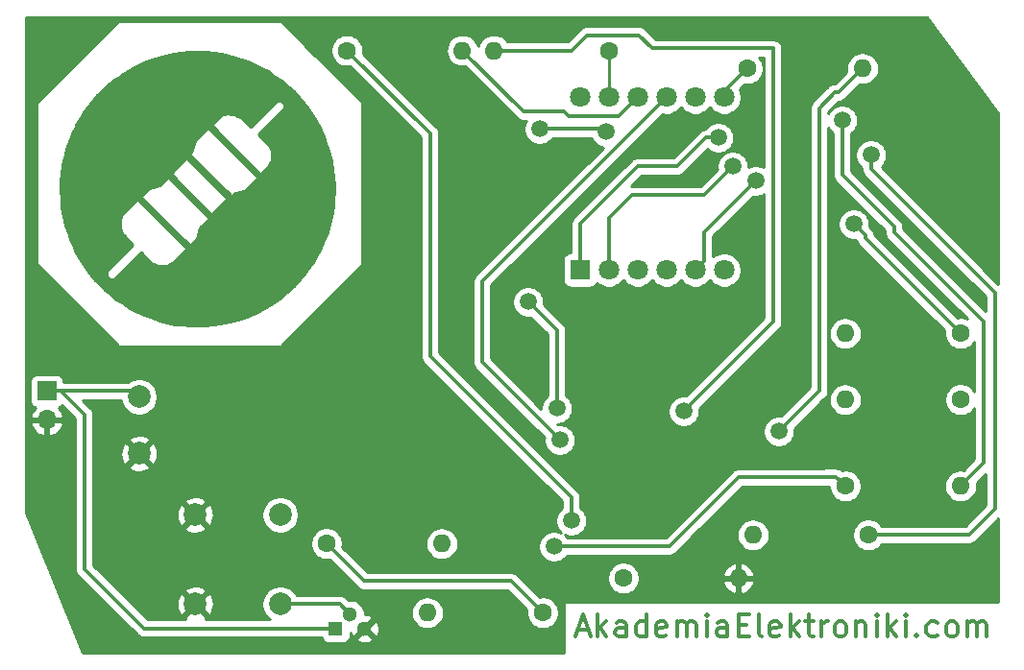
<source format=gbr>
G04 #@! TF.GenerationSoftware,KiCad,Pcbnew,5.1.2-1.fc30*
G04 #@! TF.CreationDate,2019-08-07T12:15:18+02:00*
G04 #@! TF.ProjectId,term,7465726d-2e6b-4696-9361-645f70636258,rev?*
G04 #@! TF.SameCoordinates,Original*
G04 #@! TF.FileFunction,Copper,L1,Top*
G04 #@! TF.FilePolarity,Positive*
%FSLAX46Y46*%
G04 Gerber Fmt 4.6, Leading zero omitted, Abs format (unit mm)*
G04 Created by KiCad (PCBNEW 5.1.2-1.fc30) date 2019-08-07 12:15:18*
%MOMM*%
%LPD*%
G04 APERTURE LIST*
%ADD10C,0.300000*%
%ADD11O,1.600000X1.600000*%
%ADD12C,1.600000*%
%ADD13R,1.800000X1.800000*%
%ADD14C,1.800000*%
%ADD15C,1.300000*%
%ADD16R,1.300000X1.300000*%
%ADD17R,1.700000X1.700000*%
%ADD18O,1.700000X1.700000*%
%ADD19C,2.000000*%
%ADD20C,1.500000*%
%ADD21C,0.350000*%
%ADD22C,0.250000*%
%ADD23C,0.254000*%
G04 APERTURE END LIST*
D10*
X182904761Y-125733333D02*
X183857142Y-125733333D01*
X182714285Y-126304761D02*
X183380952Y-124304761D01*
X184047619Y-126304761D01*
X184714285Y-126304761D02*
X184714285Y-124304761D01*
X184904761Y-125542857D02*
X185476190Y-126304761D01*
X185476190Y-124971428D02*
X184714285Y-125733333D01*
X187190476Y-126304761D02*
X187190476Y-125257142D01*
X187095238Y-125066666D01*
X186904761Y-124971428D01*
X186523809Y-124971428D01*
X186333333Y-125066666D01*
X187190476Y-126209523D02*
X187000000Y-126304761D01*
X186523809Y-126304761D01*
X186333333Y-126209523D01*
X186238095Y-126019047D01*
X186238095Y-125828571D01*
X186333333Y-125638095D01*
X186523809Y-125542857D01*
X187000000Y-125542857D01*
X187190476Y-125447619D01*
X189000000Y-126304761D02*
X189000000Y-124304761D01*
X189000000Y-126209523D02*
X188809523Y-126304761D01*
X188428571Y-126304761D01*
X188238095Y-126209523D01*
X188142857Y-126114285D01*
X188047619Y-125923809D01*
X188047619Y-125352380D01*
X188142857Y-125161904D01*
X188238095Y-125066666D01*
X188428571Y-124971428D01*
X188809523Y-124971428D01*
X189000000Y-125066666D01*
X190714285Y-126209523D02*
X190523809Y-126304761D01*
X190142857Y-126304761D01*
X189952380Y-126209523D01*
X189857142Y-126019047D01*
X189857142Y-125257142D01*
X189952380Y-125066666D01*
X190142857Y-124971428D01*
X190523809Y-124971428D01*
X190714285Y-125066666D01*
X190809523Y-125257142D01*
X190809523Y-125447619D01*
X189857142Y-125638095D01*
X191666666Y-126304761D02*
X191666666Y-124971428D01*
X191666666Y-125161904D02*
X191761904Y-125066666D01*
X191952380Y-124971428D01*
X192238095Y-124971428D01*
X192428571Y-125066666D01*
X192523809Y-125257142D01*
X192523809Y-126304761D01*
X192523809Y-125257142D02*
X192619047Y-125066666D01*
X192809523Y-124971428D01*
X193095238Y-124971428D01*
X193285714Y-125066666D01*
X193380952Y-125257142D01*
X193380952Y-126304761D01*
X194333333Y-126304761D02*
X194333333Y-124971428D01*
X194333333Y-124304761D02*
X194238095Y-124400000D01*
X194333333Y-124495238D01*
X194428571Y-124400000D01*
X194333333Y-124304761D01*
X194333333Y-124495238D01*
X196142857Y-126304761D02*
X196142857Y-125257142D01*
X196047619Y-125066666D01*
X195857142Y-124971428D01*
X195476190Y-124971428D01*
X195285714Y-125066666D01*
X196142857Y-126209523D02*
X195952380Y-126304761D01*
X195476190Y-126304761D01*
X195285714Y-126209523D01*
X195190476Y-126019047D01*
X195190476Y-125828571D01*
X195285714Y-125638095D01*
X195476190Y-125542857D01*
X195952380Y-125542857D01*
X196142857Y-125447619D01*
X197095238Y-125257142D02*
X197761904Y-125257142D01*
X198047619Y-126304761D02*
X197095238Y-126304761D01*
X197095238Y-124304761D01*
X198047619Y-124304761D01*
X199190476Y-126304761D02*
X199000000Y-126209523D01*
X198904761Y-126019047D01*
X198904761Y-124304761D01*
X200714285Y-126209523D02*
X200523809Y-126304761D01*
X200142857Y-126304761D01*
X199952380Y-126209523D01*
X199857142Y-126019047D01*
X199857142Y-125257142D01*
X199952380Y-125066666D01*
X200142857Y-124971428D01*
X200523809Y-124971428D01*
X200714285Y-125066666D01*
X200809523Y-125257142D01*
X200809523Y-125447619D01*
X199857142Y-125638095D01*
X201666666Y-126304761D02*
X201666666Y-124304761D01*
X201857142Y-125542857D02*
X202428571Y-126304761D01*
X202428571Y-124971428D02*
X201666666Y-125733333D01*
X203000000Y-124971428D02*
X203761904Y-124971428D01*
X203285714Y-124304761D02*
X203285714Y-126019047D01*
X203380952Y-126209523D01*
X203571428Y-126304761D01*
X203761904Y-126304761D01*
X204428571Y-126304761D02*
X204428571Y-124971428D01*
X204428571Y-125352380D02*
X204523809Y-125161904D01*
X204619047Y-125066666D01*
X204809523Y-124971428D01*
X205000000Y-124971428D01*
X205952380Y-126304761D02*
X205761904Y-126209523D01*
X205666666Y-126114285D01*
X205571428Y-125923809D01*
X205571428Y-125352380D01*
X205666666Y-125161904D01*
X205761904Y-125066666D01*
X205952380Y-124971428D01*
X206238095Y-124971428D01*
X206428571Y-125066666D01*
X206523809Y-125161904D01*
X206619047Y-125352380D01*
X206619047Y-125923809D01*
X206523809Y-126114285D01*
X206428571Y-126209523D01*
X206238095Y-126304761D01*
X205952380Y-126304761D01*
X207476190Y-124971428D02*
X207476190Y-126304761D01*
X207476190Y-125161904D02*
X207571428Y-125066666D01*
X207761904Y-124971428D01*
X208047619Y-124971428D01*
X208238095Y-125066666D01*
X208333333Y-125257142D01*
X208333333Y-126304761D01*
X209285714Y-126304761D02*
X209285714Y-124971428D01*
X209285714Y-124304761D02*
X209190476Y-124400000D01*
X209285714Y-124495238D01*
X209380952Y-124400000D01*
X209285714Y-124304761D01*
X209285714Y-124495238D01*
X210238095Y-126304761D02*
X210238095Y-124304761D01*
X210428571Y-125542857D02*
X211000000Y-126304761D01*
X211000000Y-124971428D02*
X210238095Y-125733333D01*
X211857142Y-126304761D02*
X211857142Y-124971428D01*
X211857142Y-124304761D02*
X211761904Y-124400000D01*
X211857142Y-124495238D01*
X211952380Y-124400000D01*
X211857142Y-124304761D01*
X211857142Y-124495238D01*
X212809523Y-126114285D02*
X212904761Y-126209523D01*
X212809523Y-126304761D01*
X212714285Y-126209523D01*
X212809523Y-126114285D01*
X212809523Y-126304761D01*
X214619047Y-126209523D02*
X214428571Y-126304761D01*
X214047619Y-126304761D01*
X213857142Y-126209523D01*
X213761904Y-126114285D01*
X213666666Y-125923809D01*
X213666666Y-125352380D01*
X213761904Y-125161904D01*
X213857142Y-125066666D01*
X214047619Y-124971428D01*
X214428571Y-124971428D01*
X214619047Y-125066666D01*
X215761904Y-126304761D02*
X215571428Y-126209523D01*
X215476190Y-126114285D01*
X215380952Y-125923809D01*
X215380952Y-125352380D01*
X215476190Y-125161904D01*
X215571428Y-125066666D01*
X215761904Y-124971428D01*
X216047619Y-124971428D01*
X216238095Y-125066666D01*
X216333333Y-125161904D01*
X216428571Y-125352380D01*
X216428571Y-125923809D01*
X216333333Y-126114285D01*
X216238095Y-126209523D01*
X216047619Y-126304761D01*
X215761904Y-126304761D01*
X217285714Y-126304761D02*
X217285714Y-124971428D01*
X217285714Y-125161904D02*
X217380952Y-125066666D01*
X217571428Y-124971428D01*
X217857142Y-124971428D01*
X218047619Y-125066666D01*
X218142857Y-125257142D01*
X218142857Y-126304761D01*
X218142857Y-125257142D02*
X218238095Y-125066666D01*
X218428571Y-124971428D01*
X218714285Y-124971428D01*
X218904761Y-125066666D01*
X219000000Y-125257142D01*
X219000000Y-126304761D01*
D11*
X172760000Y-74600000D03*
D12*
X162600000Y-74600000D03*
D13*
X183134000Y-93980000D03*
D14*
X185674000Y-93980000D03*
X188214000Y-93980000D03*
X190754000Y-93980000D03*
X193294000Y-93980000D03*
X195834000Y-93980000D03*
X195834000Y-78740000D03*
X193294000Y-78740000D03*
X190754000Y-78740000D03*
X188214000Y-78740000D03*
X185674000Y-78740000D03*
X183134000Y-78740000D03*
D15*
X162870000Y-124330000D03*
X164140000Y-125600000D03*
D16*
X161600000Y-125600000D03*
D17*
X136144000Y-104648000D03*
D18*
X136144000Y-107188000D03*
D19*
X144272000Y-105156000D03*
X144272000Y-110156000D03*
X149218000Y-115570000D03*
X156718000Y-115570000D03*
X156718000Y-123444000D03*
X149218000Y-123444000D03*
D11*
X169672000Y-124206000D03*
D12*
X179832000Y-124206000D03*
X186944000Y-121158000D03*
D11*
X197104000Y-121158000D03*
X170942000Y-118110000D03*
D12*
X160782000Y-118110000D03*
X206502000Y-113030000D03*
D11*
X216662000Y-113030000D03*
X206502000Y-99568000D03*
D12*
X216662000Y-99568000D03*
X185700000Y-74600000D03*
D11*
X175540000Y-74600000D03*
D12*
X197866000Y-76200000D03*
D11*
X208026000Y-76200000D03*
X198374000Y-117348000D03*
D12*
X208534000Y-117348000D03*
X216662000Y-105410000D03*
D11*
X206502000Y-105410000D03*
D20*
X208280000Y-121158000D03*
X206248000Y-80772000D03*
X195326000Y-82296000D03*
X181356000Y-108966000D03*
X178562000Y-96774000D03*
X181102000Y-106172000D03*
X207264000Y-89916000D03*
X198628000Y-86106000D03*
X208788000Y-83820000D03*
X196596000Y-84836000D03*
X179578000Y-81534000D03*
X185420000Y-81788000D03*
X182372000Y-116078000D03*
X180848000Y-118364000D03*
X192278000Y-106426000D03*
X200660000Y-108204000D03*
D21*
X143764000Y-104648000D02*
X144272000Y-105156000D01*
X136144000Y-104648000D02*
X143764000Y-104648000D01*
X139446000Y-120346000D02*
X144700000Y-125600000D01*
X144700000Y-125600000D02*
X161600000Y-125600000D01*
X139446000Y-106750000D02*
X139446000Y-120346000D01*
X136144000Y-104648000D02*
X137344000Y-104648000D01*
X137344000Y-104648000D02*
X139446000Y-106750000D01*
X208280000Y-121158000D02*
X197104000Y-121158000D01*
X172760000Y-74600000D02*
X178160000Y-80000000D01*
X178160000Y-80000000D02*
X181700000Y-80000000D01*
X181700000Y-80000000D02*
X182100000Y-80400000D01*
X186554000Y-80400000D02*
X188214000Y-78740000D01*
X182100000Y-80400000D02*
X186554000Y-80400000D01*
X194265340Y-82296000D02*
X191725340Y-84836000D01*
X195326000Y-82296000D02*
X194265340Y-82296000D01*
X191725340Y-84836000D02*
X188214000Y-84836000D01*
X183134000Y-89916000D02*
X183134000Y-93980000D01*
X188214000Y-84836000D02*
X183134000Y-89916000D01*
X206248000Y-80772000D02*
X206248000Y-85598000D01*
X206248000Y-85598000D02*
X210820000Y-90170000D01*
X210820000Y-90170000D02*
X210820000Y-90678000D01*
X210820000Y-90678000D02*
X218694000Y-98552000D01*
X218694000Y-110998000D02*
X216662000Y-113030000D01*
X218694000Y-98552000D02*
X218694000Y-110998000D01*
X190754000Y-78740000D02*
X174498000Y-94996000D01*
X174498000Y-94996000D02*
X174498000Y-102108000D01*
X174498000Y-102108000D02*
X181356000Y-108966000D01*
X178562000Y-96774000D02*
X181102000Y-99314000D01*
X181102000Y-99314000D02*
X181102000Y-106172000D01*
X198628000Y-86106000D02*
X194056000Y-90678000D01*
X194056000Y-93218000D02*
X193294000Y-93980000D01*
X194056000Y-90678000D02*
X194056000Y-93218000D01*
X207264000Y-89916000D02*
X208280000Y-90932000D01*
X208280000Y-91186000D02*
X216662000Y-99568000D01*
X208280000Y-90932000D02*
X208280000Y-91186000D01*
D22*
X185700000Y-76174000D02*
X185700000Y-74600000D01*
X185674000Y-78740000D02*
X185674000Y-76200000D01*
X185674000Y-76200000D02*
X185700000Y-76174000D01*
D21*
X195834000Y-78232000D02*
X197866000Y-76200000D01*
X195834000Y-78740000D02*
X195834000Y-78232000D01*
X196596000Y-84836000D02*
X194056000Y-87376000D01*
X194056000Y-87376000D02*
X187706000Y-87376000D01*
X185674000Y-89408000D02*
X185674000Y-93980000D01*
X187706000Y-87376000D02*
X185674000Y-89408000D01*
X208788000Y-83820000D02*
X208788000Y-85090000D01*
X208534000Y-117348000D02*
X217424000Y-117348000D01*
X219710000Y-115062000D02*
X218948000Y-115824000D01*
X219710000Y-96012000D02*
X219710000Y-115062000D01*
X208788000Y-85090000D02*
X219710000Y-96012000D01*
X217424000Y-117348000D02*
X218948000Y-115824000D01*
X179578000Y-81534000D02*
X185166000Y-81534000D01*
X185166000Y-81534000D02*
X185420000Y-81788000D01*
X177038000Y-121412000D02*
X179832000Y-124206000D01*
X160782000Y-118110000D02*
X164084000Y-121412000D01*
X164084000Y-121412000D02*
X177038000Y-121412000D01*
X161984000Y-123444000D02*
X162870000Y-124330000D01*
X156718000Y-123444000D02*
X161984000Y-123444000D01*
X182372000Y-114046000D02*
X169926000Y-101600000D01*
X182372000Y-116078000D02*
X182372000Y-114046000D01*
X169926000Y-81926000D02*
X162600000Y-74600000D01*
X169926000Y-101600000D02*
X169926000Y-81926000D01*
X197104000Y-112268000D02*
X191008000Y-118364000D01*
X191008000Y-118364000D02*
X180848000Y-118364000D01*
X197104000Y-112268000D02*
X204724000Y-112268000D01*
X205702001Y-112230001D02*
X206502000Y-113030000D01*
X204761999Y-112230001D02*
X205702001Y-112230001D01*
X204724000Y-112268000D02*
X204761999Y-112230001D01*
X200152000Y-98552000D02*
X200152000Y-74422000D01*
X192278000Y-106426000D02*
X200152000Y-98552000D01*
X200152000Y-74422000D02*
X189484000Y-74422000D01*
X183731000Y-73269000D02*
X182400000Y-74600000D01*
X189484000Y-74422000D02*
X188331000Y-73269000D01*
X188331000Y-73269000D02*
X183731000Y-73269000D01*
X182400000Y-74600000D02*
X175540000Y-74600000D01*
X200660000Y-108204000D02*
X204216000Y-104648000D01*
X204216000Y-104648000D02*
X204216000Y-79684000D01*
X204216000Y-79684000D02*
X205600000Y-78300000D01*
X205926000Y-78300000D02*
X208026000Y-76200000D01*
X205600000Y-78300000D02*
X205926000Y-78300000D01*
D23*
G36*
X150110590Y-74756680D02*
G01*
X150836066Y-74826246D01*
X151469283Y-74905398D01*
X152140633Y-75043618D01*
X153021813Y-75281239D01*
X153842002Y-75577693D01*
X154515245Y-75884613D01*
X155071546Y-76162763D01*
X155603997Y-76448709D01*
X156257055Y-76893976D01*
X156792719Y-77280844D01*
X157108905Y-77537745D01*
X157495824Y-77865139D01*
X157889874Y-78229635D01*
X158314635Y-78693909D01*
X158752042Y-79210844D01*
X159118607Y-79666573D01*
X159453875Y-80139893D01*
X159780100Y-80673716D01*
X160166223Y-81376657D01*
X160512833Y-82149102D01*
X160740427Y-82732931D01*
X160987709Y-83484668D01*
X161205606Y-84395873D01*
X161344092Y-85177329D01*
X161403463Y-85780935D01*
X161453075Y-86445741D01*
X161462947Y-87067674D01*
X161433318Y-87630625D01*
X161374041Y-88253037D01*
X161264893Y-88878156D01*
X161264433Y-88880975D01*
X161215201Y-89205905D01*
X161057087Y-89877889D01*
X160849334Y-90600079D01*
X160582619Y-91311318D01*
X160176118Y-92203639D01*
X159879601Y-92757136D01*
X159592143Y-93232930D01*
X159275575Y-93727567D01*
X158889823Y-94241903D01*
X158424766Y-94815803D01*
X157900166Y-95360199D01*
X157346311Y-95894273D01*
X156634326Y-96457929D01*
X155890577Y-96973594D01*
X155277594Y-97349293D01*
X154684501Y-97655725D01*
X153794106Y-98061349D01*
X152992069Y-98318793D01*
X152278646Y-98536784D01*
X151409873Y-98714487D01*
X150816737Y-98783686D01*
X150070094Y-98853373D01*
X149445969Y-98893000D01*
X149323224Y-98893000D01*
X148738970Y-98863292D01*
X148082774Y-98803638D01*
X147460261Y-98734470D01*
X146668841Y-98566293D01*
X146045764Y-98408051D01*
X145452221Y-98210204D01*
X144679991Y-97923092D01*
X143987460Y-97586721D01*
X143483180Y-97319748D01*
X142729461Y-96853633D01*
X142284840Y-96547338D01*
X141810664Y-96181827D01*
X141255559Y-95696111D01*
X140870109Y-95330428D01*
X140424671Y-94855293D01*
X140078880Y-94450224D01*
X139823472Y-94115000D01*
X141390201Y-94115000D01*
X141390201Y-94440000D01*
X141392641Y-94464776D01*
X141399868Y-94488601D01*
X141411604Y-94510557D01*
X141427398Y-94529803D01*
X141652398Y-94754803D01*
X141671644Y-94770597D01*
X141693600Y-94782333D01*
X141717425Y-94789560D01*
X141742201Y-94792000D01*
X142017201Y-94792000D01*
X142041977Y-94789560D01*
X142065802Y-94782333D01*
X142087758Y-94770597D01*
X142107004Y-94754803D01*
X144417201Y-92444606D01*
X145227398Y-93254803D01*
X145246754Y-93270670D01*
X145321754Y-93320670D01*
X145324891Y-93322696D01*
X145524891Y-93447696D01*
X145545034Y-93457917D01*
X145795034Y-93557917D01*
X145822890Y-93565523D01*
X146147890Y-93615523D01*
X146167201Y-93617000D01*
X146467201Y-93617000D01*
X146488080Y-93615272D01*
X146788080Y-93565272D01*
X146812118Y-93558792D01*
X146823997Y-93553592D01*
X147023997Y-93453592D01*
X147037648Y-93445670D01*
X147412648Y-93195670D01*
X147432004Y-93179803D01*
X148457004Y-92154803D01*
X148472798Y-92135557D01*
X148484534Y-92113601D01*
X148491761Y-92089776D01*
X148494201Y-92065000D01*
X148491761Y-92040224D01*
X148484534Y-92016399D01*
X148472798Y-91994443D01*
X148457004Y-91975197D01*
X144232004Y-87750197D01*
X144212758Y-87734403D01*
X144190802Y-87722667D01*
X144166977Y-87715440D01*
X144142201Y-87713000D01*
X144117201Y-87713000D01*
X144092425Y-87715440D01*
X144068600Y-87722667D01*
X144046644Y-87734403D01*
X144027398Y-87750197D01*
X142852398Y-88925197D01*
X142836604Y-88944443D01*
X142828609Y-88958204D01*
X142703609Y-89208204D01*
X142696718Y-89224839D01*
X142596718Y-89524839D01*
X142590448Y-89557078D01*
X142565448Y-89957078D01*
X142565201Y-89965000D01*
X142565201Y-90215000D01*
X142570557Y-90251493D01*
X142645557Y-90501493D01*
X142655014Y-90524524D01*
X142662783Y-90537290D01*
X142887783Y-90862290D01*
X142902398Y-90879803D01*
X143737595Y-91715000D01*
X141427398Y-94025197D01*
X141411604Y-94044443D01*
X141399868Y-94066399D01*
X141392641Y-94090224D01*
X141390201Y-94115000D01*
X139823472Y-94115000D01*
X139602930Y-93825540D01*
X139257225Y-93321799D01*
X138960104Y-92816693D01*
X138644129Y-92253862D01*
X138416843Y-91720234D01*
X138415952Y-91718192D01*
X138207591Y-91251861D01*
X137990109Y-90668614D01*
X137802107Y-90074922D01*
X137653723Y-89501169D01*
X137545267Y-88978610D01*
X137456219Y-88315694D01*
X137406665Y-87780517D01*
X137390065Y-87490000D01*
X144440201Y-87490000D01*
X144442641Y-87514776D01*
X144449868Y-87538601D01*
X144461604Y-87560557D01*
X144477398Y-87579803D01*
X148652398Y-91754803D01*
X148671644Y-91770597D01*
X148693600Y-91782333D01*
X148717425Y-91789560D01*
X148742201Y-91792000D01*
X148766977Y-91789560D01*
X148790802Y-91782333D01*
X148812758Y-91770597D01*
X148832004Y-91754803D01*
X149307004Y-91279803D01*
X149322798Y-91260557D01*
X149334534Y-91238601D01*
X149339655Y-91223675D01*
X149605750Y-90256057D01*
X150357004Y-89504803D01*
X150372798Y-89485557D01*
X150384534Y-89463601D01*
X150391761Y-89439776D01*
X150394201Y-89415000D01*
X150391761Y-89390224D01*
X150384534Y-89366399D01*
X150372798Y-89344443D01*
X150357004Y-89325197D01*
X146882004Y-85850197D01*
X146862758Y-85834403D01*
X146840802Y-85822667D01*
X146816977Y-85815440D01*
X146792201Y-85813000D01*
X146767425Y-85815440D01*
X146743600Y-85822667D01*
X146721644Y-85834403D01*
X146702398Y-85850197D01*
X146052271Y-86500324D01*
X145186399Y-86716792D01*
X145162954Y-86725168D01*
X145141594Y-86737958D01*
X145127398Y-86750197D01*
X144477398Y-87400197D01*
X144461604Y-87419443D01*
X144449868Y-87441399D01*
X144442641Y-87465224D01*
X144440201Y-87490000D01*
X137390065Y-87490000D01*
X137367000Y-87086378D01*
X137367000Y-86174406D01*
X137414528Y-85490000D01*
X147090201Y-85490000D01*
X147092641Y-85514776D01*
X147099868Y-85538601D01*
X147111604Y-85560557D01*
X147127398Y-85579803D01*
X150552398Y-89004803D01*
X150571644Y-89020597D01*
X150593600Y-89032333D01*
X150617425Y-89039560D01*
X150642201Y-89042000D01*
X150666977Y-89039560D01*
X150690802Y-89032333D01*
X150712758Y-89020597D01*
X150732004Y-89004803D01*
X151982004Y-87754803D01*
X151997798Y-87735557D01*
X152009534Y-87713601D01*
X152016761Y-87689776D01*
X152019201Y-87665000D01*
X152016761Y-87640224D01*
X152009534Y-87616399D01*
X151997798Y-87594443D01*
X151982004Y-87575197D01*
X148557004Y-84150197D01*
X148537758Y-84134403D01*
X148515802Y-84122667D01*
X148491977Y-84115440D01*
X148467201Y-84113000D01*
X148442425Y-84115440D01*
X148418600Y-84122667D01*
X148396644Y-84134403D01*
X148377398Y-84150197D01*
X147127398Y-85400197D01*
X147111604Y-85419443D01*
X147099868Y-85441399D01*
X147092641Y-85465224D01*
X147090201Y-85490000D01*
X137414528Y-85490000D01*
X137416333Y-85464008D01*
X137525049Y-84752416D01*
X137663594Y-84079481D01*
X137740644Y-83795794D01*
X148765333Y-83795794D01*
X148768901Y-83820433D01*
X148777208Y-83843903D01*
X148789933Y-83865301D01*
X148802398Y-83879803D01*
X152302398Y-87379803D01*
X152321644Y-87395597D01*
X152343600Y-87407333D01*
X152367425Y-87414560D01*
X152392201Y-87417000D01*
X152416977Y-87414560D01*
X152440802Y-87407333D01*
X152464491Y-87394418D01*
X152768857Y-87183703D01*
X153544341Y-87014066D01*
X153568023Y-87006388D01*
X153589753Y-86994236D01*
X153607004Y-86979803D01*
X154682004Y-85904803D01*
X154697798Y-85885557D01*
X154709534Y-85863601D01*
X154716761Y-85839776D01*
X154719201Y-85815000D01*
X154716761Y-85790224D01*
X154709534Y-85766399D01*
X154697798Y-85744443D01*
X154682004Y-85725197D01*
X150457004Y-81500197D01*
X150437758Y-81484403D01*
X150415802Y-81472667D01*
X150391977Y-81465440D01*
X150367201Y-81463000D01*
X150342201Y-81463000D01*
X150317425Y-81465440D01*
X150293600Y-81472667D01*
X150271644Y-81484403D01*
X150252398Y-81500197D01*
X149227398Y-82525197D01*
X149211604Y-82544443D01*
X149197773Y-82571803D01*
X148772773Y-83746803D01*
X148766641Y-83770932D01*
X148765333Y-83795794D01*
X137740644Y-83795794D01*
X137881618Y-83276755D01*
X138159301Y-82443707D01*
X138276736Y-82150120D01*
X138444753Y-81784435D01*
X138673335Y-81317334D01*
X138739895Y-81190000D01*
X150665201Y-81190000D01*
X150667641Y-81214776D01*
X150674868Y-81238601D01*
X150686604Y-81260557D01*
X150702398Y-81279803D01*
X154877398Y-85454803D01*
X154896644Y-85470597D01*
X154918600Y-85482333D01*
X154942425Y-85489560D01*
X154967201Y-85492000D01*
X154991977Y-85489560D01*
X155015802Y-85482333D01*
X155037758Y-85470597D01*
X155057004Y-85454803D01*
X155582004Y-84929803D01*
X155597871Y-84910447D01*
X155697871Y-84760447D01*
X155702468Y-84753010D01*
X155802468Y-84578010D01*
X155809432Y-84563846D01*
X155934432Y-84263846D01*
X155941735Y-84239907D01*
X155991735Y-83989907D01*
X155994201Y-83965133D01*
X155992925Y-83947039D01*
X155968203Y-83773982D01*
X155943424Y-83550975D01*
X155941177Y-83537450D01*
X155891177Y-83312450D01*
X155881917Y-83285510D01*
X155786917Y-83085510D01*
X155774082Y-83064177D01*
X155762004Y-83050197D01*
X154751807Y-82040000D01*
X157062004Y-79729803D01*
X157077798Y-79710557D01*
X157089534Y-79688601D01*
X157096761Y-79664776D01*
X157099201Y-79640000D01*
X157099201Y-79390000D01*
X157096761Y-79365224D01*
X157089534Y-79341399D01*
X157077798Y-79319443D01*
X157062004Y-79300197D01*
X156832004Y-79070197D01*
X156812758Y-79054403D01*
X156790802Y-79042667D01*
X156766977Y-79035440D01*
X156742201Y-79033000D01*
X156492201Y-79033000D01*
X156467425Y-79035440D01*
X156443600Y-79042667D01*
X156421644Y-79054403D01*
X156402398Y-79070197D01*
X154112201Y-81360394D01*
X153249576Y-80497769D01*
X153247798Y-80494443D01*
X153232004Y-80475197D01*
X153212758Y-80459403D01*
X153193105Y-80448648D01*
X152793105Y-80273648D01*
X152773003Y-80266792D01*
X152473003Y-80191792D01*
X152451249Y-80188323D01*
X152101249Y-80163323D01*
X152069483Y-80165049D01*
X151794483Y-80215049D01*
X151770034Y-80222083D01*
X151520034Y-80322083D01*
X151497936Y-80333551D01*
X151485898Y-80342436D01*
X151335898Y-80467436D01*
X151327398Y-80475197D01*
X150702398Y-81100197D01*
X150686604Y-81119443D01*
X150674868Y-81141399D01*
X150667641Y-81165224D01*
X150665201Y-81190000D01*
X138739895Y-81190000D01*
X138900916Y-80881960D01*
X139178491Y-80416031D01*
X139405370Y-80051052D01*
X139671595Y-79686225D01*
X139940065Y-79338208D01*
X140276193Y-78913105D01*
X140602269Y-78567267D01*
X140989171Y-78160524D01*
X141374192Y-77805120D01*
X141701511Y-77527394D01*
X142097554Y-77200659D01*
X142413341Y-76973687D01*
X142869954Y-76656043D01*
X143264537Y-76409429D01*
X143709703Y-76162115D01*
X144214511Y-75904762D01*
X144888375Y-75607469D01*
X145351927Y-75429938D01*
X145946215Y-75241747D01*
X146549537Y-75073608D01*
X147343650Y-74914785D01*
X147897206Y-74815936D01*
X148726035Y-74737000D01*
X149736669Y-74737000D01*
X150110590Y-74756680D01*
X150110590Y-74756680D01*
G37*
X150110590Y-74756680D02*
X150836066Y-74826246D01*
X151469283Y-74905398D01*
X152140633Y-75043618D01*
X153021813Y-75281239D01*
X153842002Y-75577693D01*
X154515245Y-75884613D01*
X155071546Y-76162763D01*
X155603997Y-76448709D01*
X156257055Y-76893976D01*
X156792719Y-77280844D01*
X157108905Y-77537745D01*
X157495824Y-77865139D01*
X157889874Y-78229635D01*
X158314635Y-78693909D01*
X158752042Y-79210844D01*
X159118607Y-79666573D01*
X159453875Y-80139893D01*
X159780100Y-80673716D01*
X160166223Y-81376657D01*
X160512833Y-82149102D01*
X160740427Y-82732931D01*
X160987709Y-83484668D01*
X161205606Y-84395873D01*
X161344092Y-85177329D01*
X161403463Y-85780935D01*
X161453075Y-86445741D01*
X161462947Y-87067674D01*
X161433318Y-87630625D01*
X161374041Y-88253037D01*
X161264893Y-88878156D01*
X161264433Y-88880975D01*
X161215201Y-89205905D01*
X161057087Y-89877889D01*
X160849334Y-90600079D01*
X160582619Y-91311318D01*
X160176118Y-92203639D01*
X159879601Y-92757136D01*
X159592143Y-93232930D01*
X159275575Y-93727567D01*
X158889823Y-94241903D01*
X158424766Y-94815803D01*
X157900166Y-95360199D01*
X157346311Y-95894273D01*
X156634326Y-96457929D01*
X155890577Y-96973594D01*
X155277594Y-97349293D01*
X154684501Y-97655725D01*
X153794106Y-98061349D01*
X152992069Y-98318793D01*
X152278646Y-98536784D01*
X151409873Y-98714487D01*
X150816737Y-98783686D01*
X150070094Y-98853373D01*
X149445969Y-98893000D01*
X149323224Y-98893000D01*
X148738970Y-98863292D01*
X148082774Y-98803638D01*
X147460261Y-98734470D01*
X146668841Y-98566293D01*
X146045764Y-98408051D01*
X145452221Y-98210204D01*
X144679991Y-97923092D01*
X143987460Y-97586721D01*
X143483180Y-97319748D01*
X142729461Y-96853633D01*
X142284840Y-96547338D01*
X141810664Y-96181827D01*
X141255559Y-95696111D01*
X140870109Y-95330428D01*
X140424671Y-94855293D01*
X140078880Y-94450224D01*
X139823472Y-94115000D01*
X141390201Y-94115000D01*
X141390201Y-94440000D01*
X141392641Y-94464776D01*
X141399868Y-94488601D01*
X141411604Y-94510557D01*
X141427398Y-94529803D01*
X141652398Y-94754803D01*
X141671644Y-94770597D01*
X141693600Y-94782333D01*
X141717425Y-94789560D01*
X141742201Y-94792000D01*
X142017201Y-94792000D01*
X142041977Y-94789560D01*
X142065802Y-94782333D01*
X142087758Y-94770597D01*
X142107004Y-94754803D01*
X144417201Y-92444606D01*
X145227398Y-93254803D01*
X145246754Y-93270670D01*
X145321754Y-93320670D01*
X145324891Y-93322696D01*
X145524891Y-93447696D01*
X145545034Y-93457917D01*
X145795034Y-93557917D01*
X145822890Y-93565523D01*
X146147890Y-93615523D01*
X146167201Y-93617000D01*
X146467201Y-93617000D01*
X146488080Y-93615272D01*
X146788080Y-93565272D01*
X146812118Y-93558792D01*
X146823997Y-93553592D01*
X147023997Y-93453592D01*
X147037648Y-93445670D01*
X147412648Y-93195670D01*
X147432004Y-93179803D01*
X148457004Y-92154803D01*
X148472798Y-92135557D01*
X148484534Y-92113601D01*
X148491761Y-92089776D01*
X148494201Y-92065000D01*
X148491761Y-92040224D01*
X148484534Y-92016399D01*
X148472798Y-91994443D01*
X148457004Y-91975197D01*
X144232004Y-87750197D01*
X144212758Y-87734403D01*
X144190802Y-87722667D01*
X144166977Y-87715440D01*
X144142201Y-87713000D01*
X144117201Y-87713000D01*
X144092425Y-87715440D01*
X144068600Y-87722667D01*
X144046644Y-87734403D01*
X144027398Y-87750197D01*
X142852398Y-88925197D01*
X142836604Y-88944443D01*
X142828609Y-88958204D01*
X142703609Y-89208204D01*
X142696718Y-89224839D01*
X142596718Y-89524839D01*
X142590448Y-89557078D01*
X142565448Y-89957078D01*
X142565201Y-89965000D01*
X142565201Y-90215000D01*
X142570557Y-90251493D01*
X142645557Y-90501493D01*
X142655014Y-90524524D01*
X142662783Y-90537290D01*
X142887783Y-90862290D01*
X142902398Y-90879803D01*
X143737595Y-91715000D01*
X141427398Y-94025197D01*
X141411604Y-94044443D01*
X141399868Y-94066399D01*
X141392641Y-94090224D01*
X141390201Y-94115000D01*
X139823472Y-94115000D01*
X139602930Y-93825540D01*
X139257225Y-93321799D01*
X138960104Y-92816693D01*
X138644129Y-92253862D01*
X138416843Y-91720234D01*
X138415952Y-91718192D01*
X138207591Y-91251861D01*
X137990109Y-90668614D01*
X137802107Y-90074922D01*
X137653723Y-89501169D01*
X137545267Y-88978610D01*
X137456219Y-88315694D01*
X137406665Y-87780517D01*
X137390065Y-87490000D01*
X144440201Y-87490000D01*
X144442641Y-87514776D01*
X144449868Y-87538601D01*
X144461604Y-87560557D01*
X144477398Y-87579803D01*
X148652398Y-91754803D01*
X148671644Y-91770597D01*
X148693600Y-91782333D01*
X148717425Y-91789560D01*
X148742201Y-91792000D01*
X148766977Y-91789560D01*
X148790802Y-91782333D01*
X148812758Y-91770597D01*
X148832004Y-91754803D01*
X149307004Y-91279803D01*
X149322798Y-91260557D01*
X149334534Y-91238601D01*
X149339655Y-91223675D01*
X149605750Y-90256057D01*
X150357004Y-89504803D01*
X150372798Y-89485557D01*
X150384534Y-89463601D01*
X150391761Y-89439776D01*
X150394201Y-89415000D01*
X150391761Y-89390224D01*
X150384534Y-89366399D01*
X150372798Y-89344443D01*
X150357004Y-89325197D01*
X146882004Y-85850197D01*
X146862758Y-85834403D01*
X146840802Y-85822667D01*
X146816977Y-85815440D01*
X146792201Y-85813000D01*
X146767425Y-85815440D01*
X146743600Y-85822667D01*
X146721644Y-85834403D01*
X146702398Y-85850197D01*
X146052271Y-86500324D01*
X145186399Y-86716792D01*
X145162954Y-86725168D01*
X145141594Y-86737958D01*
X145127398Y-86750197D01*
X144477398Y-87400197D01*
X144461604Y-87419443D01*
X144449868Y-87441399D01*
X144442641Y-87465224D01*
X144440201Y-87490000D01*
X137390065Y-87490000D01*
X137367000Y-87086378D01*
X137367000Y-86174406D01*
X137414528Y-85490000D01*
X147090201Y-85490000D01*
X147092641Y-85514776D01*
X147099868Y-85538601D01*
X147111604Y-85560557D01*
X147127398Y-85579803D01*
X150552398Y-89004803D01*
X150571644Y-89020597D01*
X150593600Y-89032333D01*
X150617425Y-89039560D01*
X150642201Y-89042000D01*
X150666977Y-89039560D01*
X150690802Y-89032333D01*
X150712758Y-89020597D01*
X150732004Y-89004803D01*
X151982004Y-87754803D01*
X151997798Y-87735557D01*
X152009534Y-87713601D01*
X152016761Y-87689776D01*
X152019201Y-87665000D01*
X152016761Y-87640224D01*
X152009534Y-87616399D01*
X151997798Y-87594443D01*
X151982004Y-87575197D01*
X148557004Y-84150197D01*
X148537758Y-84134403D01*
X148515802Y-84122667D01*
X148491977Y-84115440D01*
X148467201Y-84113000D01*
X148442425Y-84115440D01*
X148418600Y-84122667D01*
X148396644Y-84134403D01*
X148377398Y-84150197D01*
X147127398Y-85400197D01*
X147111604Y-85419443D01*
X147099868Y-85441399D01*
X147092641Y-85465224D01*
X147090201Y-85490000D01*
X137414528Y-85490000D01*
X137416333Y-85464008D01*
X137525049Y-84752416D01*
X137663594Y-84079481D01*
X137740644Y-83795794D01*
X148765333Y-83795794D01*
X148768901Y-83820433D01*
X148777208Y-83843903D01*
X148789933Y-83865301D01*
X148802398Y-83879803D01*
X152302398Y-87379803D01*
X152321644Y-87395597D01*
X152343600Y-87407333D01*
X152367425Y-87414560D01*
X152392201Y-87417000D01*
X152416977Y-87414560D01*
X152440802Y-87407333D01*
X152464491Y-87394418D01*
X152768857Y-87183703D01*
X153544341Y-87014066D01*
X153568023Y-87006388D01*
X153589753Y-86994236D01*
X153607004Y-86979803D01*
X154682004Y-85904803D01*
X154697798Y-85885557D01*
X154709534Y-85863601D01*
X154716761Y-85839776D01*
X154719201Y-85815000D01*
X154716761Y-85790224D01*
X154709534Y-85766399D01*
X154697798Y-85744443D01*
X154682004Y-85725197D01*
X150457004Y-81500197D01*
X150437758Y-81484403D01*
X150415802Y-81472667D01*
X150391977Y-81465440D01*
X150367201Y-81463000D01*
X150342201Y-81463000D01*
X150317425Y-81465440D01*
X150293600Y-81472667D01*
X150271644Y-81484403D01*
X150252398Y-81500197D01*
X149227398Y-82525197D01*
X149211604Y-82544443D01*
X149197773Y-82571803D01*
X148772773Y-83746803D01*
X148766641Y-83770932D01*
X148765333Y-83795794D01*
X137740644Y-83795794D01*
X137881618Y-83276755D01*
X138159301Y-82443707D01*
X138276736Y-82150120D01*
X138444753Y-81784435D01*
X138673335Y-81317334D01*
X138739895Y-81190000D01*
X150665201Y-81190000D01*
X150667641Y-81214776D01*
X150674868Y-81238601D01*
X150686604Y-81260557D01*
X150702398Y-81279803D01*
X154877398Y-85454803D01*
X154896644Y-85470597D01*
X154918600Y-85482333D01*
X154942425Y-85489560D01*
X154967201Y-85492000D01*
X154991977Y-85489560D01*
X155015802Y-85482333D01*
X155037758Y-85470597D01*
X155057004Y-85454803D01*
X155582004Y-84929803D01*
X155597871Y-84910447D01*
X155697871Y-84760447D01*
X155702468Y-84753010D01*
X155802468Y-84578010D01*
X155809432Y-84563846D01*
X155934432Y-84263846D01*
X155941735Y-84239907D01*
X155991735Y-83989907D01*
X155994201Y-83965133D01*
X155992925Y-83947039D01*
X155968203Y-83773982D01*
X155943424Y-83550975D01*
X155941177Y-83537450D01*
X155891177Y-83312450D01*
X155881917Y-83285510D01*
X155786917Y-83085510D01*
X155774082Y-83064177D01*
X155762004Y-83050197D01*
X154751807Y-82040000D01*
X157062004Y-79729803D01*
X157077798Y-79710557D01*
X157089534Y-79688601D01*
X157096761Y-79664776D01*
X157099201Y-79640000D01*
X157099201Y-79390000D01*
X157096761Y-79365224D01*
X157089534Y-79341399D01*
X157077798Y-79319443D01*
X157062004Y-79300197D01*
X156832004Y-79070197D01*
X156812758Y-79054403D01*
X156790802Y-79042667D01*
X156766977Y-79035440D01*
X156742201Y-79033000D01*
X156492201Y-79033000D01*
X156467425Y-79035440D01*
X156443600Y-79042667D01*
X156421644Y-79054403D01*
X156402398Y-79070197D01*
X154112201Y-81360394D01*
X153249576Y-80497769D01*
X153247798Y-80494443D01*
X153232004Y-80475197D01*
X153212758Y-80459403D01*
X153193105Y-80448648D01*
X152793105Y-80273648D01*
X152773003Y-80266792D01*
X152473003Y-80191792D01*
X152451249Y-80188323D01*
X152101249Y-80163323D01*
X152069483Y-80165049D01*
X151794483Y-80215049D01*
X151770034Y-80222083D01*
X151520034Y-80322083D01*
X151497936Y-80333551D01*
X151485898Y-80342436D01*
X151335898Y-80467436D01*
X151327398Y-80475197D01*
X150702398Y-81100197D01*
X150686604Y-81119443D01*
X150674868Y-81141399D01*
X150667641Y-81165224D01*
X150665201Y-81190000D01*
X138739895Y-81190000D01*
X138900916Y-80881960D01*
X139178491Y-80416031D01*
X139405370Y-80051052D01*
X139671595Y-79686225D01*
X139940065Y-79338208D01*
X140276193Y-78913105D01*
X140602269Y-78567267D01*
X140989171Y-78160524D01*
X141374192Y-77805120D01*
X141701511Y-77527394D01*
X142097554Y-77200659D01*
X142413341Y-76973687D01*
X142869954Y-76656043D01*
X143264537Y-76409429D01*
X143709703Y-76162115D01*
X144214511Y-75904762D01*
X144888375Y-75607469D01*
X145351927Y-75429938D01*
X145946215Y-75241747D01*
X146549537Y-75073608D01*
X147343650Y-74914785D01*
X147897206Y-74815936D01*
X148726035Y-74737000D01*
X149736669Y-74737000D01*
X150110590Y-74756680D01*
G36*
X220015000Y-80152691D02*
G01*
X220015000Y-95171487D01*
X209705099Y-84861586D01*
X209863799Y-84702886D01*
X210015371Y-84476043D01*
X210119775Y-84223989D01*
X210173000Y-83956411D01*
X210173000Y-83683589D01*
X210119775Y-83416011D01*
X210015371Y-83163957D01*
X209863799Y-82937114D01*
X209670886Y-82744201D01*
X209444043Y-82592629D01*
X209191989Y-82488225D01*
X208924411Y-82435000D01*
X208651589Y-82435000D01*
X208384011Y-82488225D01*
X208131957Y-82592629D01*
X207905114Y-82744201D01*
X207712201Y-82937114D01*
X207560629Y-83163957D01*
X207456225Y-83416011D01*
X207403000Y-83683589D01*
X207403000Y-83956411D01*
X207456225Y-84223989D01*
X207560629Y-84476043D01*
X207712201Y-84702886D01*
X207905114Y-84895799D01*
X207978001Y-84944501D01*
X207978001Y-85050202D01*
X207974081Y-85090000D01*
X207980166Y-85151775D01*
X207989721Y-85248788D01*
X208021649Y-85354038D01*
X208036038Y-85401473D01*
X208111251Y-85542189D01*
X208166852Y-85609939D01*
X208212473Y-85665528D01*
X208243383Y-85690895D01*
X218900000Y-96347513D01*
X218900000Y-97612487D01*
X211630000Y-90342488D01*
X211630000Y-90209787D01*
X211633919Y-90169999D01*
X211630000Y-90130209D01*
X211618280Y-90011212D01*
X211571963Y-89858527D01*
X211496749Y-89717811D01*
X211395528Y-89594472D01*
X211364619Y-89569106D01*
X207058000Y-85262488D01*
X207058000Y-81896500D01*
X207130886Y-81847799D01*
X207323799Y-81654886D01*
X207475371Y-81428043D01*
X207579775Y-81175989D01*
X207633000Y-80908411D01*
X207633000Y-80635589D01*
X207579775Y-80368011D01*
X207475371Y-80115957D01*
X207323799Y-79889114D01*
X207130886Y-79696201D01*
X206904043Y-79544629D01*
X206651989Y-79440225D01*
X206384411Y-79387000D01*
X206111589Y-79387000D01*
X205844011Y-79440225D01*
X205591957Y-79544629D01*
X205365114Y-79696201D01*
X205172201Y-79889114D01*
X205026000Y-80107919D01*
X205026000Y-80019512D01*
X205932205Y-79113308D01*
X205965788Y-79110000D01*
X205965791Y-79110000D01*
X206084788Y-79098280D01*
X206237473Y-79051963D01*
X206378189Y-78976749D01*
X206501528Y-78875528D01*
X206526899Y-78844613D01*
X207756148Y-77615364D01*
X207955508Y-77635000D01*
X208096492Y-77635000D01*
X208307309Y-77614236D01*
X208577808Y-77532182D01*
X208827101Y-77398932D01*
X209045608Y-77219608D01*
X209224932Y-77001101D01*
X209358182Y-76751808D01*
X209440236Y-76481309D01*
X209467943Y-76200000D01*
X209440236Y-75918691D01*
X209358182Y-75648192D01*
X209224932Y-75398899D01*
X209045608Y-75180392D01*
X208827101Y-75001068D01*
X208577808Y-74867818D01*
X208307309Y-74785764D01*
X208096492Y-74765000D01*
X207955508Y-74765000D01*
X207744691Y-74785764D01*
X207474192Y-74867818D01*
X207224899Y-75001068D01*
X207006392Y-75180392D01*
X206827068Y-75398899D01*
X206693818Y-75648192D01*
X206611764Y-75918691D01*
X206584057Y-76200000D01*
X206610636Y-76469852D01*
X205593796Y-77486692D01*
X205441212Y-77501720D01*
X205288526Y-77548037D01*
X205229003Y-77579853D01*
X205147811Y-77623251D01*
X205024472Y-77724472D01*
X204999107Y-77755380D01*
X203671383Y-79083105D01*
X203640473Y-79108472D01*
X203615108Y-79139380D01*
X203539251Y-79231811D01*
X203494504Y-79315528D01*
X203464038Y-79372527D01*
X203448281Y-79424472D01*
X203417721Y-79525213D01*
X203402081Y-79684000D01*
X203406001Y-79723798D01*
X203406000Y-104312487D01*
X200882386Y-106836102D01*
X200796411Y-106819000D01*
X200523589Y-106819000D01*
X200256011Y-106872225D01*
X200003957Y-106976629D01*
X199777114Y-107128201D01*
X199584201Y-107321114D01*
X199432629Y-107547957D01*
X199328225Y-107800011D01*
X199275000Y-108067589D01*
X199275000Y-108340411D01*
X199328225Y-108607989D01*
X199432629Y-108860043D01*
X199584201Y-109086886D01*
X199777114Y-109279799D01*
X200003957Y-109431371D01*
X200256011Y-109535775D01*
X200523589Y-109589000D01*
X200796411Y-109589000D01*
X201063989Y-109535775D01*
X201316043Y-109431371D01*
X201542886Y-109279799D01*
X201735799Y-109086886D01*
X201887371Y-108860043D01*
X201991775Y-108607989D01*
X202045000Y-108340411D01*
X202045000Y-108067589D01*
X202027898Y-107981614D01*
X204599512Y-105410000D01*
X205060057Y-105410000D01*
X205087764Y-105691309D01*
X205169818Y-105961808D01*
X205303068Y-106211101D01*
X205482392Y-106429608D01*
X205700899Y-106608932D01*
X205950192Y-106742182D01*
X206220691Y-106824236D01*
X206431508Y-106845000D01*
X206572492Y-106845000D01*
X206783309Y-106824236D01*
X207053808Y-106742182D01*
X207303101Y-106608932D01*
X207521608Y-106429608D01*
X207700932Y-106211101D01*
X207834182Y-105961808D01*
X207916236Y-105691309D01*
X207943943Y-105410000D01*
X207916236Y-105128691D01*
X207834182Y-104858192D01*
X207700932Y-104608899D01*
X207521608Y-104390392D01*
X207303101Y-104211068D01*
X207053808Y-104077818D01*
X206783309Y-103995764D01*
X206572492Y-103975000D01*
X206431508Y-103975000D01*
X206220691Y-103995764D01*
X205950192Y-104077818D01*
X205700899Y-104211068D01*
X205482392Y-104390392D01*
X205303068Y-104608899D01*
X205169818Y-104858192D01*
X205087764Y-105128691D01*
X205060057Y-105410000D01*
X204599512Y-105410000D01*
X204760619Y-105248894D01*
X204791528Y-105223528D01*
X204892749Y-105100189D01*
X204967963Y-104959473D01*
X205014280Y-104806788D01*
X205026000Y-104687791D01*
X205026000Y-104687789D01*
X205029919Y-104648001D01*
X205026000Y-104608213D01*
X205026000Y-99568000D01*
X205060057Y-99568000D01*
X205087764Y-99849309D01*
X205169818Y-100119808D01*
X205303068Y-100369101D01*
X205482392Y-100587608D01*
X205700899Y-100766932D01*
X205950192Y-100900182D01*
X206220691Y-100982236D01*
X206431508Y-101003000D01*
X206572492Y-101003000D01*
X206783309Y-100982236D01*
X207053808Y-100900182D01*
X207303101Y-100766932D01*
X207521608Y-100587608D01*
X207700932Y-100369101D01*
X207834182Y-100119808D01*
X207916236Y-99849309D01*
X207943943Y-99568000D01*
X207916236Y-99286691D01*
X207834182Y-99016192D01*
X207700932Y-98766899D01*
X207521608Y-98548392D01*
X207303101Y-98369068D01*
X207053808Y-98235818D01*
X206783309Y-98153764D01*
X206572492Y-98133000D01*
X206431508Y-98133000D01*
X206220691Y-98153764D01*
X205950192Y-98235818D01*
X205700899Y-98369068D01*
X205482392Y-98548392D01*
X205303068Y-98766899D01*
X205169818Y-99016192D01*
X205087764Y-99286691D01*
X205060057Y-99568000D01*
X205026000Y-99568000D01*
X205026000Y-81436081D01*
X205172201Y-81654886D01*
X205365114Y-81847799D01*
X205438000Y-81896500D01*
X205438001Y-85558202D01*
X205434081Y-85598000D01*
X205449721Y-85756787D01*
X205496038Y-85909473D01*
X205571251Y-86050189D01*
X205617055Y-86106001D01*
X205672473Y-86173528D01*
X205703383Y-86198895D01*
X210010000Y-90505513D01*
X210010000Y-90638209D01*
X210006081Y-90678000D01*
X210010000Y-90717788D01*
X210010000Y-90717791D01*
X210021720Y-90836788D01*
X210068037Y-90989473D01*
X210088210Y-91027213D01*
X210143251Y-91130189D01*
X210198852Y-91197939D01*
X210244473Y-91253528D01*
X210275383Y-91278895D01*
X217258216Y-98261728D01*
X217080574Y-98188147D01*
X216803335Y-98133000D01*
X216520665Y-98133000D01*
X216397093Y-98157580D01*
X209085442Y-90845930D01*
X209078280Y-90773212D01*
X209031963Y-90620527D01*
X208972485Y-90509251D01*
X208956749Y-90479810D01*
X208919184Y-90434038D01*
X208855528Y-90356472D01*
X208824614Y-90331102D01*
X208631898Y-90138386D01*
X208649000Y-90052411D01*
X208649000Y-89779589D01*
X208595775Y-89512011D01*
X208491371Y-89259957D01*
X208339799Y-89033114D01*
X208146886Y-88840201D01*
X207920043Y-88688629D01*
X207667989Y-88584225D01*
X207400411Y-88531000D01*
X207127589Y-88531000D01*
X206860011Y-88584225D01*
X206607957Y-88688629D01*
X206381114Y-88840201D01*
X206188201Y-89033114D01*
X206036629Y-89259957D01*
X205932225Y-89512011D01*
X205879000Y-89779589D01*
X205879000Y-90052411D01*
X205932225Y-90319989D01*
X206036629Y-90572043D01*
X206188201Y-90798886D01*
X206381114Y-90991799D01*
X206607957Y-91143371D01*
X206860011Y-91247775D01*
X207127589Y-91301000D01*
X207400411Y-91301000D01*
X207475928Y-91285979D01*
X207481720Y-91344788D01*
X207528037Y-91497473D01*
X207603251Y-91638189D01*
X207704472Y-91761528D01*
X207735386Y-91786898D01*
X215251580Y-99303093D01*
X215227000Y-99426665D01*
X215227000Y-99709335D01*
X215282147Y-99986574D01*
X215390320Y-100247727D01*
X215547363Y-100482759D01*
X215747241Y-100682637D01*
X215982273Y-100839680D01*
X216243426Y-100947853D01*
X216520665Y-101003000D01*
X216803335Y-101003000D01*
X217080574Y-100947853D01*
X217341727Y-100839680D01*
X217576759Y-100682637D01*
X217776637Y-100482759D01*
X217884000Y-100322078D01*
X217884000Y-104655922D01*
X217776637Y-104495241D01*
X217576759Y-104295363D01*
X217341727Y-104138320D01*
X217080574Y-104030147D01*
X216803335Y-103975000D01*
X216520665Y-103975000D01*
X216243426Y-104030147D01*
X215982273Y-104138320D01*
X215747241Y-104295363D01*
X215547363Y-104495241D01*
X215390320Y-104730273D01*
X215282147Y-104991426D01*
X215227000Y-105268665D01*
X215227000Y-105551335D01*
X215282147Y-105828574D01*
X215390320Y-106089727D01*
X215547363Y-106324759D01*
X215747241Y-106524637D01*
X215982273Y-106681680D01*
X216243426Y-106789853D01*
X216520665Y-106845000D01*
X216803335Y-106845000D01*
X217080574Y-106789853D01*
X217341727Y-106681680D01*
X217576759Y-106524637D01*
X217776637Y-106324759D01*
X217884001Y-106164078D01*
X217884001Y-110662486D01*
X216931852Y-111614636D01*
X216732492Y-111595000D01*
X216591508Y-111595000D01*
X216380691Y-111615764D01*
X216110192Y-111697818D01*
X215860899Y-111831068D01*
X215642392Y-112010392D01*
X215463068Y-112228899D01*
X215329818Y-112478192D01*
X215247764Y-112748691D01*
X215220057Y-113030000D01*
X215247764Y-113311309D01*
X215329818Y-113581808D01*
X215463068Y-113831101D01*
X215642392Y-114049608D01*
X215860899Y-114228932D01*
X216110192Y-114362182D01*
X216380691Y-114444236D01*
X216591508Y-114465000D01*
X216732492Y-114465000D01*
X216943309Y-114444236D01*
X217213808Y-114362182D01*
X217463101Y-114228932D01*
X217681608Y-114049608D01*
X217860932Y-113831101D01*
X217994182Y-113581808D01*
X218076236Y-113311309D01*
X218103943Y-113030000D01*
X218077364Y-112760148D01*
X218900001Y-111937512D01*
X218900001Y-114726486D01*
X218403384Y-115223104D01*
X218403379Y-115223108D01*
X217088488Y-116538000D01*
X209718635Y-116538000D01*
X209648637Y-116433241D01*
X209448759Y-116233363D01*
X209213727Y-116076320D01*
X208952574Y-115968147D01*
X208675335Y-115913000D01*
X208392665Y-115913000D01*
X208115426Y-115968147D01*
X207854273Y-116076320D01*
X207619241Y-116233363D01*
X207419363Y-116433241D01*
X207262320Y-116668273D01*
X207154147Y-116929426D01*
X207099000Y-117206665D01*
X207099000Y-117489335D01*
X207154147Y-117766574D01*
X207262320Y-118027727D01*
X207419363Y-118262759D01*
X207619241Y-118462637D01*
X207854273Y-118619680D01*
X208115426Y-118727853D01*
X208392665Y-118783000D01*
X208675335Y-118783000D01*
X208952574Y-118727853D01*
X209213727Y-118619680D01*
X209448759Y-118462637D01*
X209648637Y-118262759D01*
X209718635Y-118158000D01*
X217384212Y-118158000D01*
X217424000Y-118161919D01*
X217463788Y-118158000D01*
X217463791Y-118158000D01*
X217582788Y-118146280D01*
X217735473Y-118099963D01*
X217876189Y-118024749D01*
X217999528Y-117923528D01*
X218024899Y-117892613D01*
X219548892Y-116368621D01*
X219548896Y-116368616D01*
X220015001Y-115902512D01*
X220015001Y-123250000D01*
X181738810Y-123250000D01*
X181738810Y-127715000D01*
X139260366Y-127715000D01*
X134289000Y-115403234D01*
X134289000Y-107544890D01*
X134702524Y-107544890D01*
X134747175Y-107692099D01*
X134872359Y-107954920D01*
X135046412Y-108188269D01*
X135262645Y-108383178D01*
X135512748Y-108532157D01*
X135787109Y-108629481D01*
X136017000Y-108508814D01*
X136017000Y-107315000D01*
X136271000Y-107315000D01*
X136271000Y-108508814D01*
X136500891Y-108629481D01*
X136775252Y-108532157D01*
X137025355Y-108383178D01*
X137241588Y-108188269D01*
X137415641Y-107954920D01*
X137540825Y-107692099D01*
X137585476Y-107544890D01*
X137464155Y-107315000D01*
X136271000Y-107315000D01*
X136017000Y-107315000D01*
X134823845Y-107315000D01*
X134702524Y-107544890D01*
X134289000Y-107544890D01*
X134289000Y-103798000D01*
X134655928Y-103798000D01*
X134655928Y-105498000D01*
X134668188Y-105622482D01*
X134704498Y-105742180D01*
X134763463Y-105852494D01*
X134842815Y-105949185D01*
X134939506Y-106028537D01*
X135049820Y-106087502D01*
X135130466Y-106111966D01*
X135046412Y-106187731D01*
X134872359Y-106421080D01*
X134747175Y-106683901D01*
X134702524Y-106831110D01*
X134823845Y-107061000D01*
X136017000Y-107061000D01*
X136017000Y-107041000D01*
X136271000Y-107041000D01*
X136271000Y-107061000D01*
X137464155Y-107061000D01*
X137585476Y-106831110D01*
X137540825Y-106683901D01*
X137415641Y-106421080D01*
X137241588Y-106187731D01*
X137157534Y-106111966D01*
X137238180Y-106087502D01*
X137348494Y-106028537D01*
X137445185Y-105949185D01*
X137469746Y-105919258D01*
X138636000Y-107085513D01*
X138636001Y-120306202D01*
X138632081Y-120346000D01*
X138646305Y-120490410D01*
X138647721Y-120504788D01*
X138677210Y-120602000D01*
X138694038Y-120657473D01*
X138769251Y-120798189D01*
X138824852Y-120865939D01*
X138870473Y-120921528D01*
X138901383Y-120946895D01*
X144099105Y-126144618D01*
X144124472Y-126175528D01*
X144192210Y-126231119D01*
X144247810Y-126276749D01*
X144302390Y-126305922D01*
X144388527Y-126351963D01*
X144541212Y-126398280D01*
X144660209Y-126410000D01*
X144660211Y-126410000D01*
X144699999Y-126413919D01*
X144739787Y-126410000D01*
X160334962Y-126410000D01*
X160360498Y-126494180D01*
X160419463Y-126604494D01*
X160498815Y-126701185D01*
X160595506Y-126780537D01*
X160705820Y-126839502D01*
X160825518Y-126875812D01*
X160950000Y-126888072D01*
X162250000Y-126888072D01*
X162374482Y-126875812D01*
X162494180Y-126839502D01*
X162604494Y-126780537D01*
X162701185Y-126701185D01*
X162780537Y-126604494D01*
X162839502Y-126494180D01*
X162842126Y-126485527D01*
X163434078Y-126485527D01*
X163487466Y-126714201D01*
X163717374Y-126820095D01*
X163963524Y-126879102D01*
X164216455Y-126888952D01*
X164466449Y-126849270D01*
X164703896Y-126761578D01*
X164792534Y-126714201D01*
X164845922Y-126485527D01*
X164140000Y-125779605D01*
X163434078Y-126485527D01*
X162842126Y-126485527D01*
X162875812Y-126374482D01*
X162888072Y-126250000D01*
X162888072Y-125909704D01*
X162890730Y-125926449D01*
X162978422Y-126163896D01*
X163025799Y-126252534D01*
X163254473Y-126305922D01*
X163960395Y-125600000D01*
X164319605Y-125600000D01*
X165025527Y-126305922D01*
X165254201Y-126252534D01*
X165360095Y-126022626D01*
X165419102Y-125776476D01*
X165428952Y-125523545D01*
X165389270Y-125273551D01*
X165301578Y-125036104D01*
X165254201Y-124947466D01*
X165025527Y-124894078D01*
X164319605Y-125600000D01*
X163960395Y-125600000D01*
X163946253Y-125585858D01*
X164125858Y-125406253D01*
X164140000Y-125420395D01*
X164845922Y-124714473D01*
X164792534Y-124485799D01*
X164562626Y-124379905D01*
X164316476Y-124320898D01*
X164155000Y-124314610D01*
X164155000Y-124206000D01*
X168230057Y-124206000D01*
X168257764Y-124487309D01*
X168339818Y-124757808D01*
X168473068Y-125007101D01*
X168652392Y-125225608D01*
X168870899Y-125404932D01*
X169120192Y-125538182D01*
X169390691Y-125620236D01*
X169601508Y-125641000D01*
X169742492Y-125641000D01*
X169953309Y-125620236D01*
X170223808Y-125538182D01*
X170473101Y-125404932D01*
X170691608Y-125225608D01*
X170870932Y-125007101D01*
X171004182Y-124757808D01*
X171086236Y-124487309D01*
X171113943Y-124206000D01*
X171086236Y-123924691D01*
X171004182Y-123654192D01*
X170870932Y-123404899D01*
X170691608Y-123186392D01*
X170473101Y-123007068D01*
X170223808Y-122873818D01*
X169953309Y-122791764D01*
X169742492Y-122771000D01*
X169601508Y-122771000D01*
X169390691Y-122791764D01*
X169120192Y-122873818D01*
X168870899Y-123007068D01*
X168652392Y-123186392D01*
X168473068Y-123404899D01*
X168339818Y-123654192D01*
X168257764Y-123924691D01*
X168230057Y-124206000D01*
X164155000Y-124206000D01*
X164155000Y-124203439D01*
X164105619Y-123955179D01*
X164008753Y-123721324D01*
X163868125Y-123510860D01*
X163689140Y-123331875D01*
X163478676Y-123191247D01*
X163244821Y-123094381D01*
X162996561Y-123045000D01*
X162743439Y-123045000D01*
X162732657Y-123047145D01*
X162584899Y-122899387D01*
X162559528Y-122868472D01*
X162436189Y-122767251D01*
X162295473Y-122692037D01*
X162142788Y-122645720D01*
X162023791Y-122634000D01*
X162023788Y-122634000D01*
X161984000Y-122630081D01*
X161944212Y-122634000D01*
X158143173Y-122634000D01*
X157987987Y-122401748D01*
X157760252Y-122174013D01*
X157492463Y-121995082D01*
X157194912Y-121871832D01*
X156879033Y-121809000D01*
X156556967Y-121809000D01*
X156241088Y-121871832D01*
X155943537Y-121995082D01*
X155675748Y-122174013D01*
X155448013Y-122401748D01*
X155269082Y-122669537D01*
X155145832Y-122967088D01*
X155083000Y-123282967D01*
X155083000Y-123605033D01*
X155145832Y-123920912D01*
X155269082Y-124218463D01*
X155448013Y-124486252D01*
X155675748Y-124713987D01*
X155789509Y-124790000D01*
X150097535Y-124790000D01*
X150173808Y-124579413D01*
X149218000Y-123623605D01*
X148262192Y-124579413D01*
X148338465Y-124790000D01*
X145035513Y-124790000D01*
X143752108Y-123506595D01*
X147576282Y-123506595D01*
X147620039Y-123825675D01*
X147725205Y-124130088D01*
X147818186Y-124304044D01*
X148082587Y-124399808D01*
X149038395Y-123444000D01*
X149397605Y-123444000D01*
X150353413Y-124399808D01*
X150617814Y-124304044D01*
X150758704Y-124014429D01*
X150840384Y-123702892D01*
X150859718Y-123381405D01*
X150815961Y-123062325D01*
X150710795Y-122757912D01*
X150617814Y-122583956D01*
X150353413Y-122488192D01*
X149397605Y-123444000D01*
X149038395Y-123444000D01*
X148082587Y-122488192D01*
X147818186Y-122583956D01*
X147677296Y-122873571D01*
X147595616Y-123185108D01*
X147576282Y-123506595D01*
X143752108Y-123506595D01*
X142554100Y-122308587D01*
X148262192Y-122308587D01*
X149218000Y-123264395D01*
X150173808Y-122308587D01*
X150078044Y-122044186D01*
X149788429Y-121903296D01*
X149476892Y-121821616D01*
X149155405Y-121802282D01*
X148836325Y-121846039D01*
X148531912Y-121951205D01*
X148357956Y-122044186D01*
X148262192Y-122308587D01*
X142554100Y-122308587D01*
X140256000Y-120010488D01*
X140256000Y-117968665D01*
X159347000Y-117968665D01*
X159347000Y-118251335D01*
X159402147Y-118528574D01*
X159510320Y-118789727D01*
X159667363Y-119024759D01*
X159867241Y-119224637D01*
X160102273Y-119381680D01*
X160363426Y-119489853D01*
X160640665Y-119545000D01*
X160923335Y-119545000D01*
X161046907Y-119520420D01*
X163483105Y-121956618D01*
X163508472Y-121987528D01*
X163576210Y-122043119D01*
X163631810Y-122088749D01*
X163692923Y-122121414D01*
X163772527Y-122163963D01*
X163925212Y-122210280D01*
X164044209Y-122222000D01*
X164044211Y-122222000D01*
X164083999Y-122225919D01*
X164123787Y-122222000D01*
X176702488Y-122222000D01*
X178421580Y-123941093D01*
X178397000Y-124064665D01*
X178397000Y-124347335D01*
X178452147Y-124624574D01*
X178560320Y-124885727D01*
X178717363Y-125120759D01*
X178917241Y-125320637D01*
X179152273Y-125477680D01*
X179413426Y-125585853D01*
X179690665Y-125641000D01*
X179973335Y-125641000D01*
X180250574Y-125585853D01*
X180511727Y-125477680D01*
X180746759Y-125320637D01*
X180946637Y-125120759D01*
X181103680Y-124885727D01*
X181211853Y-124624574D01*
X181267000Y-124347335D01*
X181267000Y-124064665D01*
X181211853Y-123787426D01*
X181103680Y-123526273D01*
X180946637Y-123291241D01*
X180746759Y-123091363D01*
X180511727Y-122934320D01*
X180250574Y-122826147D01*
X179973335Y-122771000D01*
X179690665Y-122771000D01*
X179567093Y-122795580D01*
X177788178Y-121016665D01*
X185509000Y-121016665D01*
X185509000Y-121299335D01*
X185564147Y-121576574D01*
X185672320Y-121837727D01*
X185829363Y-122072759D01*
X186029241Y-122272637D01*
X186264273Y-122429680D01*
X186525426Y-122537853D01*
X186802665Y-122593000D01*
X187085335Y-122593000D01*
X187362574Y-122537853D01*
X187623727Y-122429680D01*
X187858759Y-122272637D01*
X188058637Y-122072759D01*
X188215680Y-121837727D01*
X188323853Y-121576574D01*
X188337684Y-121507039D01*
X195712096Y-121507039D01*
X195752754Y-121641087D01*
X195872963Y-121895420D01*
X196040481Y-122121414D01*
X196248869Y-122310385D01*
X196490119Y-122455070D01*
X196754960Y-122549909D01*
X196977000Y-122428624D01*
X196977000Y-121285000D01*
X197231000Y-121285000D01*
X197231000Y-122428624D01*
X197453040Y-122549909D01*
X197717881Y-122455070D01*
X197959131Y-122310385D01*
X198167519Y-122121414D01*
X198335037Y-121895420D01*
X198455246Y-121641087D01*
X198495904Y-121507039D01*
X198373915Y-121285000D01*
X197231000Y-121285000D01*
X196977000Y-121285000D01*
X195834085Y-121285000D01*
X195712096Y-121507039D01*
X188337684Y-121507039D01*
X188379000Y-121299335D01*
X188379000Y-121016665D01*
X188337685Y-120808961D01*
X195712096Y-120808961D01*
X195834085Y-121031000D01*
X196977000Y-121031000D01*
X196977000Y-119887376D01*
X197231000Y-119887376D01*
X197231000Y-121031000D01*
X198373915Y-121031000D01*
X198495904Y-120808961D01*
X198455246Y-120674913D01*
X198335037Y-120420580D01*
X198167519Y-120194586D01*
X197959131Y-120005615D01*
X197717881Y-119860930D01*
X197453040Y-119766091D01*
X197231000Y-119887376D01*
X196977000Y-119887376D01*
X196754960Y-119766091D01*
X196490119Y-119860930D01*
X196248869Y-120005615D01*
X196040481Y-120194586D01*
X195872963Y-120420580D01*
X195752754Y-120674913D01*
X195712096Y-120808961D01*
X188337685Y-120808961D01*
X188323853Y-120739426D01*
X188215680Y-120478273D01*
X188058637Y-120243241D01*
X187858759Y-120043363D01*
X187623727Y-119886320D01*
X187362574Y-119778147D01*
X187085335Y-119723000D01*
X186802665Y-119723000D01*
X186525426Y-119778147D01*
X186264273Y-119886320D01*
X186029241Y-120043363D01*
X185829363Y-120243241D01*
X185672320Y-120478273D01*
X185564147Y-120739426D01*
X185509000Y-121016665D01*
X177788178Y-121016665D01*
X177638900Y-120867387D01*
X177613528Y-120836472D01*
X177490189Y-120735251D01*
X177349473Y-120660037D01*
X177196788Y-120613720D01*
X177077791Y-120602000D01*
X177077788Y-120602000D01*
X177038000Y-120598081D01*
X176998212Y-120602000D01*
X164419513Y-120602000D01*
X162192420Y-118374907D01*
X162217000Y-118251335D01*
X162217000Y-118110000D01*
X169500057Y-118110000D01*
X169527764Y-118391309D01*
X169609818Y-118661808D01*
X169743068Y-118911101D01*
X169922392Y-119129608D01*
X170140899Y-119308932D01*
X170390192Y-119442182D01*
X170660691Y-119524236D01*
X170871508Y-119545000D01*
X171012492Y-119545000D01*
X171223309Y-119524236D01*
X171493808Y-119442182D01*
X171743101Y-119308932D01*
X171961608Y-119129608D01*
X172140932Y-118911101D01*
X172274182Y-118661808D01*
X172356236Y-118391309D01*
X172383943Y-118110000D01*
X172356236Y-117828691D01*
X172274182Y-117558192D01*
X172140932Y-117308899D01*
X171961608Y-117090392D01*
X171743101Y-116911068D01*
X171493808Y-116777818D01*
X171223309Y-116695764D01*
X171012492Y-116675000D01*
X170871508Y-116675000D01*
X170660691Y-116695764D01*
X170390192Y-116777818D01*
X170140899Y-116911068D01*
X169922392Y-117090392D01*
X169743068Y-117308899D01*
X169609818Y-117558192D01*
X169527764Y-117828691D01*
X169500057Y-118110000D01*
X162217000Y-118110000D01*
X162217000Y-117968665D01*
X162161853Y-117691426D01*
X162053680Y-117430273D01*
X161896637Y-117195241D01*
X161696759Y-116995363D01*
X161461727Y-116838320D01*
X161200574Y-116730147D01*
X160923335Y-116675000D01*
X160640665Y-116675000D01*
X160363426Y-116730147D01*
X160102273Y-116838320D01*
X159867241Y-116995363D01*
X159667363Y-117195241D01*
X159510320Y-117430273D01*
X159402147Y-117691426D01*
X159347000Y-117968665D01*
X140256000Y-117968665D01*
X140256000Y-116705413D01*
X148262192Y-116705413D01*
X148357956Y-116969814D01*
X148647571Y-117110704D01*
X148959108Y-117192384D01*
X149280595Y-117211718D01*
X149599675Y-117167961D01*
X149904088Y-117062795D01*
X150078044Y-116969814D01*
X150173808Y-116705413D01*
X149218000Y-115749605D01*
X148262192Y-116705413D01*
X140256000Y-116705413D01*
X140256000Y-115632595D01*
X147576282Y-115632595D01*
X147620039Y-115951675D01*
X147725205Y-116256088D01*
X147818186Y-116430044D01*
X148082587Y-116525808D01*
X149038395Y-115570000D01*
X149397605Y-115570000D01*
X150353413Y-116525808D01*
X150617814Y-116430044D01*
X150758704Y-116140429D01*
X150840384Y-115828892D01*
X150859718Y-115507405D01*
X150846219Y-115408967D01*
X155083000Y-115408967D01*
X155083000Y-115731033D01*
X155145832Y-116046912D01*
X155269082Y-116344463D01*
X155448013Y-116612252D01*
X155675748Y-116839987D01*
X155943537Y-117018918D01*
X156241088Y-117142168D01*
X156556967Y-117205000D01*
X156879033Y-117205000D01*
X157194912Y-117142168D01*
X157492463Y-117018918D01*
X157760252Y-116839987D01*
X157987987Y-116612252D01*
X158166918Y-116344463D01*
X158290168Y-116046912D01*
X158353000Y-115731033D01*
X158353000Y-115408967D01*
X158290168Y-115093088D01*
X158166918Y-114795537D01*
X157987987Y-114527748D01*
X157760252Y-114300013D01*
X157492463Y-114121082D01*
X157194912Y-113997832D01*
X156879033Y-113935000D01*
X156556967Y-113935000D01*
X156241088Y-113997832D01*
X155943537Y-114121082D01*
X155675748Y-114300013D01*
X155448013Y-114527748D01*
X155269082Y-114795537D01*
X155145832Y-115093088D01*
X155083000Y-115408967D01*
X150846219Y-115408967D01*
X150815961Y-115188325D01*
X150710795Y-114883912D01*
X150617814Y-114709956D01*
X150353413Y-114614192D01*
X149397605Y-115570000D01*
X149038395Y-115570000D01*
X148082587Y-114614192D01*
X147818186Y-114709956D01*
X147677296Y-114999571D01*
X147595616Y-115311108D01*
X147576282Y-115632595D01*
X140256000Y-115632595D01*
X140256000Y-114434587D01*
X148262192Y-114434587D01*
X149218000Y-115390395D01*
X150173808Y-114434587D01*
X150078044Y-114170186D01*
X149788429Y-114029296D01*
X149476892Y-113947616D01*
X149155405Y-113928282D01*
X148836325Y-113972039D01*
X148531912Y-114077205D01*
X148357956Y-114170186D01*
X148262192Y-114434587D01*
X140256000Y-114434587D01*
X140256000Y-111291413D01*
X143316192Y-111291413D01*
X143411956Y-111555814D01*
X143701571Y-111696704D01*
X144013108Y-111778384D01*
X144334595Y-111797718D01*
X144653675Y-111753961D01*
X144958088Y-111648795D01*
X145132044Y-111555814D01*
X145227808Y-111291413D01*
X144272000Y-110335605D01*
X143316192Y-111291413D01*
X140256000Y-111291413D01*
X140256000Y-110218595D01*
X142630282Y-110218595D01*
X142674039Y-110537675D01*
X142779205Y-110842088D01*
X142872186Y-111016044D01*
X143136587Y-111111808D01*
X144092395Y-110156000D01*
X144451605Y-110156000D01*
X145407413Y-111111808D01*
X145671814Y-111016044D01*
X145812704Y-110726429D01*
X145894384Y-110414892D01*
X145913718Y-110093405D01*
X145869961Y-109774325D01*
X145764795Y-109469912D01*
X145671814Y-109295956D01*
X145407413Y-109200192D01*
X144451605Y-110156000D01*
X144092395Y-110156000D01*
X143136587Y-109200192D01*
X142872186Y-109295956D01*
X142731296Y-109585571D01*
X142649616Y-109897108D01*
X142630282Y-110218595D01*
X140256000Y-110218595D01*
X140256000Y-109020587D01*
X143316192Y-109020587D01*
X144272000Y-109976395D01*
X145227808Y-109020587D01*
X145132044Y-108756186D01*
X144842429Y-108615296D01*
X144530892Y-108533616D01*
X144209405Y-108514282D01*
X143890325Y-108558039D01*
X143585912Y-108663205D01*
X143411956Y-108756186D01*
X143316192Y-109020587D01*
X140256000Y-109020587D01*
X140256000Y-106789788D01*
X140259919Y-106750000D01*
X140253190Y-106681680D01*
X140244280Y-106591212D01*
X140197963Y-106438527D01*
X140122750Y-106297812D01*
X140122749Y-106297810D01*
X140070214Y-106233796D01*
X140021528Y-106174472D01*
X139990619Y-106149106D01*
X139299513Y-105458000D01*
X142665040Y-105458000D01*
X142699832Y-105632912D01*
X142823082Y-105930463D01*
X143002013Y-106198252D01*
X143229748Y-106425987D01*
X143497537Y-106604918D01*
X143795088Y-106728168D01*
X144110967Y-106791000D01*
X144433033Y-106791000D01*
X144748912Y-106728168D01*
X145046463Y-106604918D01*
X145314252Y-106425987D01*
X145541987Y-106198252D01*
X145720918Y-105930463D01*
X145844168Y-105632912D01*
X145907000Y-105317033D01*
X145907000Y-104994967D01*
X145844168Y-104679088D01*
X145720918Y-104381537D01*
X145541987Y-104113748D01*
X145314252Y-103886013D01*
X145046463Y-103707082D01*
X144748912Y-103583832D01*
X144433033Y-103521000D01*
X144110967Y-103521000D01*
X143795088Y-103583832D01*
X143497537Y-103707082D01*
X143301604Y-103838000D01*
X137632072Y-103838000D01*
X137632072Y-103798000D01*
X137619812Y-103673518D01*
X137583502Y-103553820D01*
X137524537Y-103443506D01*
X137445185Y-103346815D01*
X137348494Y-103267463D01*
X137238180Y-103208498D01*
X137118482Y-103172188D01*
X136994000Y-103159928D01*
X135294000Y-103159928D01*
X135169518Y-103172188D01*
X135049820Y-103208498D01*
X134939506Y-103267463D01*
X134842815Y-103346815D01*
X134763463Y-103443506D01*
X134704498Y-103553820D01*
X134668188Y-103673518D01*
X134655928Y-103798000D01*
X134289000Y-103798000D01*
X134289000Y-79248000D01*
X135255000Y-79248000D01*
X135255000Y-93472000D01*
X135257440Y-93496776D01*
X135264667Y-93520601D01*
X135276403Y-93542557D01*
X135292197Y-93561803D01*
X142404197Y-100673803D01*
X142423443Y-100689597D01*
X142445399Y-100701333D01*
X142469224Y-100708560D01*
X142494000Y-100711000D01*
X156718000Y-100711000D01*
X156742776Y-100708560D01*
X156766601Y-100701333D01*
X156788557Y-100689597D01*
X156807803Y-100673803D01*
X163919803Y-93561803D01*
X163935597Y-93542557D01*
X163947333Y-93520601D01*
X163954560Y-93496776D01*
X163957000Y-93472000D01*
X163957000Y-79248000D01*
X163954560Y-79223224D01*
X163947333Y-79199399D01*
X163935597Y-79177443D01*
X163919803Y-79158197D01*
X159220271Y-74458665D01*
X161165000Y-74458665D01*
X161165000Y-74741335D01*
X161220147Y-75018574D01*
X161328320Y-75279727D01*
X161485363Y-75514759D01*
X161685241Y-75714637D01*
X161920273Y-75871680D01*
X162181426Y-75979853D01*
X162458665Y-76035000D01*
X162741335Y-76035000D01*
X162864907Y-76010420D01*
X169116001Y-82261514D01*
X169116000Y-101560212D01*
X169112081Y-101600000D01*
X169116000Y-101639788D01*
X169116000Y-101639790D01*
X169127720Y-101758787D01*
X169174037Y-101911472D01*
X169174038Y-101911473D01*
X169249251Y-102052189D01*
X169280703Y-102090513D01*
X169350472Y-102175528D01*
X169381388Y-102200900D01*
X181562001Y-114381514D01*
X181562001Y-114953500D01*
X181489114Y-115002201D01*
X181296201Y-115195114D01*
X181144629Y-115421957D01*
X181040225Y-115674011D01*
X180987000Y-115941589D01*
X180987000Y-116214411D01*
X181040225Y-116481989D01*
X181144629Y-116734043D01*
X181296201Y-116960886D01*
X181449247Y-117113932D01*
X181251989Y-117032225D01*
X180984411Y-116979000D01*
X180711589Y-116979000D01*
X180444011Y-117032225D01*
X180191957Y-117136629D01*
X179965114Y-117288201D01*
X179772201Y-117481114D01*
X179620629Y-117707957D01*
X179516225Y-117960011D01*
X179463000Y-118227589D01*
X179463000Y-118500411D01*
X179516225Y-118767989D01*
X179620629Y-119020043D01*
X179772201Y-119246886D01*
X179965114Y-119439799D01*
X180191957Y-119591371D01*
X180444011Y-119695775D01*
X180711589Y-119749000D01*
X180984411Y-119749000D01*
X181251989Y-119695775D01*
X181504043Y-119591371D01*
X181730886Y-119439799D01*
X181923799Y-119246886D01*
X181972500Y-119174000D01*
X190968212Y-119174000D01*
X191008000Y-119177919D01*
X191047788Y-119174000D01*
X191047791Y-119174000D01*
X191166788Y-119162280D01*
X191319473Y-119115963D01*
X191460189Y-119040749D01*
X191583528Y-118939528D01*
X191608900Y-118908612D01*
X193169512Y-117348000D01*
X196932057Y-117348000D01*
X196959764Y-117629309D01*
X197041818Y-117899808D01*
X197175068Y-118149101D01*
X197354392Y-118367608D01*
X197572899Y-118546932D01*
X197822192Y-118680182D01*
X198092691Y-118762236D01*
X198303508Y-118783000D01*
X198444492Y-118783000D01*
X198655309Y-118762236D01*
X198925808Y-118680182D01*
X199175101Y-118546932D01*
X199393608Y-118367608D01*
X199572932Y-118149101D01*
X199706182Y-117899808D01*
X199788236Y-117629309D01*
X199815943Y-117348000D01*
X199788236Y-117066691D01*
X199706182Y-116796192D01*
X199572932Y-116546899D01*
X199393608Y-116328392D01*
X199175101Y-116149068D01*
X198925808Y-116015818D01*
X198655309Y-115933764D01*
X198444492Y-115913000D01*
X198303508Y-115913000D01*
X198092691Y-115933764D01*
X197822192Y-116015818D01*
X197572899Y-116149068D01*
X197354392Y-116328392D01*
X197175068Y-116546899D01*
X197041818Y-116796192D01*
X196959764Y-117066691D01*
X196932057Y-117348000D01*
X193169512Y-117348000D01*
X197439513Y-113078000D01*
X204684212Y-113078000D01*
X204724000Y-113081919D01*
X204763788Y-113078000D01*
X204763791Y-113078000D01*
X204882788Y-113066280D01*
X204969417Y-113040001D01*
X205067000Y-113040001D01*
X205067000Y-113171335D01*
X205122147Y-113448574D01*
X205230320Y-113709727D01*
X205387363Y-113944759D01*
X205587241Y-114144637D01*
X205822273Y-114301680D01*
X206083426Y-114409853D01*
X206360665Y-114465000D01*
X206643335Y-114465000D01*
X206920574Y-114409853D01*
X207181727Y-114301680D01*
X207416759Y-114144637D01*
X207616637Y-113944759D01*
X207773680Y-113709727D01*
X207881853Y-113448574D01*
X207937000Y-113171335D01*
X207937000Y-112888665D01*
X207881853Y-112611426D01*
X207773680Y-112350273D01*
X207616637Y-112115241D01*
X207416759Y-111915363D01*
X207181727Y-111758320D01*
X206920574Y-111650147D01*
X206643335Y-111595000D01*
X206360665Y-111595000D01*
X206235418Y-111619914D01*
X206154190Y-111553252D01*
X206013474Y-111478038D01*
X205860789Y-111431721D01*
X205741792Y-111420001D01*
X205741789Y-111420001D01*
X205702001Y-111416082D01*
X205662213Y-111420001D01*
X204801787Y-111420001D01*
X204761999Y-111416082D01*
X204722211Y-111420001D01*
X204722208Y-111420001D01*
X204603211Y-111431721D01*
X204516582Y-111458000D01*
X197143788Y-111458000D01*
X197104000Y-111454081D01*
X197064212Y-111458000D01*
X197064209Y-111458000D01*
X196945212Y-111469720D01*
X196792527Y-111516037D01*
X196742794Y-111542620D01*
X196651810Y-111591251D01*
X196587796Y-111643786D01*
X196528472Y-111692472D01*
X196503107Y-111723380D01*
X190672488Y-117554000D01*
X181972500Y-117554000D01*
X181923799Y-117481114D01*
X181770753Y-117328068D01*
X181968011Y-117409775D01*
X182235589Y-117463000D01*
X182508411Y-117463000D01*
X182775989Y-117409775D01*
X183028043Y-117305371D01*
X183254886Y-117153799D01*
X183447799Y-116960886D01*
X183599371Y-116734043D01*
X183703775Y-116481989D01*
X183757000Y-116214411D01*
X183757000Y-115941589D01*
X183703775Y-115674011D01*
X183599371Y-115421957D01*
X183447799Y-115195114D01*
X183254886Y-115002201D01*
X183182000Y-114953500D01*
X183182000Y-114085788D01*
X183185919Y-114046000D01*
X183181175Y-113997832D01*
X183170280Y-113887212D01*
X183123963Y-113734527D01*
X183068569Y-113630892D01*
X183048749Y-113593810D01*
X183003119Y-113538210D01*
X182947528Y-113470472D01*
X182916618Y-113445105D01*
X170736000Y-101264488D01*
X170736000Y-81965791D01*
X170739919Y-81926000D01*
X170724280Y-81767212D01*
X170677963Y-81614526D01*
X170602749Y-81473811D01*
X170565188Y-81428043D01*
X170501528Y-81350472D01*
X170470618Y-81325105D01*
X164010420Y-74864907D01*
X164035000Y-74741335D01*
X164035000Y-74600000D01*
X171318057Y-74600000D01*
X171345764Y-74881309D01*
X171427818Y-75151808D01*
X171561068Y-75401101D01*
X171740392Y-75619608D01*
X171958899Y-75798932D01*
X172208192Y-75932182D01*
X172478691Y-76014236D01*
X172689508Y-76035000D01*
X172830492Y-76035000D01*
X173029852Y-76015364D01*
X177559105Y-80544618D01*
X177584472Y-80575528D01*
X177630392Y-80613213D01*
X177707810Y-80676749D01*
X177772775Y-80711473D01*
X177848527Y-80751963D01*
X178001212Y-80798280D01*
X178120209Y-80810000D01*
X178120211Y-80810000D01*
X178159999Y-80813919D01*
X178199787Y-80810000D01*
X178396037Y-80810000D01*
X178350629Y-80877957D01*
X178246225Y-81130011D01*
X178193000Y-81397589D01*
X178193000Y-81670411D01*
X178246225Y-81937989D01*
X178350629Y-82190043D01*
X178502201Y-82416886D01*
X178695114Y-82609799D01*
X178921957Y-82761371D01*
X179174011Y-82865775D01*
X179441589Y-82919000D01*
X179714411Y-82919000D01*
X179981989Y-82865775D01*
X180234043Y-82761371D01*
X180460886Y-82609799D01*
X180653799Y-82416886D01*
X180702500Y-82344000D01*
X184151190Y-82344000D01*
X184192629Y-82444043D01*
X184344201Y-82670886D01*
X184537114Y-82863799D01*
X184763957Y-83015371D01*
X185016011Y-83119775D01*
X185193423Y-83155065D01*
X173953388Y-94395100D01*
X173922472Y-94420472D01*
X173852703Y-94505487D01*
X173821251Y-94543811D01*
X173801431Y-94580892D01*
X173746037Y-94684528D01*
X173699720Y-94837213D01*
X173688000Y-94956209D01*
X173684081Y-94996000D01*
X173688000Y-95035788D01*
X173688001Y-102068202D01*
X173684081Y-102108000D01*
X173699721Y-102266787D01*
X173746038Y-102419473D01*
X173821251Y-102560189D01*
X173876852Y-102627939D01*
X173922473Y-102683528D01*
X173953383Y-102708895D01*
X179988102Y-108743614D01*
X179971000Y-108829589D01*
X179971000Y-109102411D01*
X180024225Y-109369989D01*
X180128629Y-109622043D01*
X180280201Y-109848886D01*
X180473114Y-110041799D01*
X180699957Y-110193371D01*
X180952011Y-110297775D01*
X181219589Y-110351000D01*
X181492411Y-110351000D01*
X181759989Y-110297775D01*
X182012043Y-110193371D01*
X182238886Y-110041799D01*
X182431799Y-109848886D01*
X182583371Y-109622043D01*
X182687775Y-109369989D01*
X182741000Y-109102411D01*
X182741000Y-108829589D01*
X182687775Y-108562011D01*
X182583371Y-108309957D01*
X182431799Y-108083114D01*
X182238886Y-107890201D01*
X182012043Y-107738629D01*
X181759989Y-107634225D01*
X181492411Y-107581000D01*
X181219589Y-107581000D01*
X181133614Y-107598102D01*
X181092513Y-107557000D01*
X181238411Y-107557000D01*
X181505989Y-107503775D01*
X181758043Y-107399371D01*
X181984886Y-107247799D01*
X182177799Y-107054886D01*
X182329371Y-106828043D01*
X182433775Y-106575989D01*
X182487000Y-106308411D01*
X182487000Y-106035589D01*
X182433775Y-105768011D01*
X182329371Y-105515957D01*
X182177799Y-105289114D01*
X181984886Y-105096201D01*
X181912000Y-105047500D01*
X181912000Y-99353787D01*
X181915919Y-99313999D01*
X181910258Y-99256526D01*
X181900280Y-99155212D01*
X181853963Y-99002527D01*
X181778749Y-98861811D01*
X181677528Y-98738472D01*
X181646619Y-98713106D01*
X179929898Y-96996386D01*
X179947000Y-96910411D01*
X179947000Y-96637589D01*
X179893775Y-96370011D01*
X179789371Y-96117957D01*
X179637799Y-95891114D01*
X179444886Y-95698201D01*
X179218043Y-95546629D01*
X178965989Y-95442225D01*
X178698411Y-95389000D01*
X178425589Y-95389000D01*
X178158011Y-95442225D01*
X177905957Y-95546629D01*
X177679114Y-95698201D01*
X177486201Y-95891114D01*
X177334629Y-96117957D01*
X177230225Y-96370011D01*
X177177000Y-96637589D01*
X177177000Y-96910411D01*
X177230225Y-97177989D01*
X177334629Y-97430043D01*
X177486201Y-97656886D01*
X177679114Y-97849799D01*
X177905957Y-98001371D01*
X178158011Y-98105775D01*
X178425589Y-98159000D01*
X178698411Y-98159000D01*
X178784386Y-98141898D01*
X180292000Y-99649513D01*
X180292001Y-105047499D01*
X180219114Y-105096201D01*
X180026201Y-105289114D01*
X179874629Y-105515957D01*
X179770225Y-105768011D01*
X179717000Y-106035589D01*
X179717000Y-106181487D01*
X175308000Y-101772488D01*
X175308000Y-95331512D01*
X190404050Y-80235463D01*
X190602816Y-80275000D01*
X190905184Y-80275000D01*
X191201743Y-80216011D01*
X191481095Y-80100299D01*
X191732505Y-79932312D01*
X191946312Y-79718505D01*
X192024000Y-79602237D01*
X192101688Y-79718505D01*
X192315495Y-79932312D01*
X192566905Y-80100299D01*
X192846257Y-80216011D01*
X193142816Y-80275000D01*
X193445184Y-80275000D01*
X193741743Y-80216011D01*
X194021095Y-80100299D01*
X194272505Y-79932312D01*
X194486312Y-79718505D01*
X194564000Y-79602237D01*
X194641688Y-79718505D01*
X194855495Y-79932312D01*
X195106905Y-80100299D01*
X195386257Y-80216011D01*
X195682816Y-80275000D01*
X195985184Y-80275000D01*
X196281743Y-80216011D01*
X196561095Y-80100299D01*
X196812505Y-79932312D01*
X197026312Y-79718505D01*
X197194299Y-79467095D01*
X197310011Y-79187743D01*
X197369000Y-78891184D01*
X197369000Y-78588816D01*
X197310011Y-78292257D01*
X197195561Y-78015951D01*
X197601093Y-77610420D01*
X197724665Y-77635000D01*
X198007335Y-77635000D01*
X198284574Y-77579853D01*
X198545727Y-77471680D01*
X198780759Y-77314637D01*
X198980637Y-77114759D01*
X199137680Y-76879727D01*
X199245853Y-76618574D01*
X199301000Y-76341335D01*
X199301000Y-76058665D01*
X199245853Y-75781426D01*
X199137680Y-75520273D01*
X198980637Y-75285241D01*
X198927396Y-75232000D01*
X199342001Y-75232000D01*
X199342001Y-84917355D01*
X199284043Y-84878629D01*
X199031989Y-84774225D01*
X198764411Y-84721000D01*
X198491589Y-84721000D01*
X198224011Y-84774225D01*
X197981000Y-84874883D01*
X197981000Y-84699589D01*
X197927775Y-84432011D01*
X197823371Y-84179957D01*
X197671799Y-83953114D01*
X197478886Y-83760201D01*
X197252043Y-83608629D01*
X196999989Y-83504225D01*
X196732411Y-83451000D01*
X196459589Y-83451000D01*
X196192011Y-83504225D01*
X195939957Y-83608629D01*
X195713114Y-83760201D01*
X195520201Y-83953114D01*
X195368629Y-84179957D01*
X195264225Y-84432011D01*
X195211000Y-84699589D01*
X195211000Y-84972411D01*
X195228102Y-85058386D01*
X193720488Y-86566000D01*
X187745788Y-86566000D01*
X187706000Y-86562081D01*
X187666212Y-86566000D01*
X187666209Y-86566000D01*
X187625504Y-86570009D01*
X188549513Y-85646000D01*
X191685552Y-85646000D01*
X191725340Y-85649919D01*
X191765128Y-85646000D01*
X191765131Y-85646000D01*
X191884128Y-85634280D01*
X192036813Y-85587963D01*
X192177529Y-85512749D01*
X192300868Y-85411528D01*
X192326240Y-85380613D01*
X194389084Y-83317769D01*
X194443114Y-83371799D01*
X194669957Y-83523371D01*
X194922011Y-83627775D01*
X195189589Y-83681000D01*
X195462411Y-83681000D01*
X195729989Y-83627775D01*
X195982043Y-83523371D01*
X196208886Y-83371799D01*
X196401799Y-83178886D01*
X196553371Y-82952043D01*
X196657775Y-82699989D01*
X196711000Y-82432411D01*
X196711000Y-82159589D01*
X196657775Y-81892011D01*
X196553371Y-81639957D01*
X196401799Y-81413114D01*
X196208886Y-81220201D01*
X195982043Y-81068629D01*
X195729989Y-80964225D01*
X195462411Y-80911000D01*
X195189589Y-80911000D01*
X194922011Y-80964225D01*
X194669957Y-81068629D01*
X194443114Y-81220201D01*
X194250201Y-81413114D01*
X194199806Y-81488535D01*
X194106552Y-81497720D01*
X193953867Y-81544037D01*
X193813151Y-81619251D01*
X193689812Y-81720472D01*
X193664445Y-81751382D01*
X191389828Y-84026000D01*
X188253788Y-84026000D01*
X188214000Y-84022081D01*
X188174212Y-84026000D01*
X188174209Y-84026000D01*
X188055212Y-84037720D01*
X187902527Y-84084037D01*
X187837024Y-84119049D01*
X187761810Y-84159251D01*
X187736580Y-84179957D01*
X187638472Y-84260472D01*
X187613107Y-84291380D01*
X182589388Y-89315100D01*
X182558472Y-89340472D01*
X182503054Y-89408000D01*
X182457251Y-89463811D01*
X182431488Y-89512011D01*
X182382037Y-89604528D01*
X182335720Y-89757213D01*
X182325578Y-89860189D01*
X182320081Y-89916000D01*
X182324000Y-89955788D01*
X182324001Y-92441928D01*
X182234000Y-92441928D01*
X182109518Y-92454188D01*
X181989820Y-92490498D01*
X181879506Y-92549463D01*
X181782815Y-92628815D01*
X181703463Y-92725506D01*
X181644498Y-92835820D01*
X181608188Y-92955518D01*
X181595928Y-93080000D01*
X181595928Y-94880000D01*
X181608188Y-95004482D01*
X181644498Y-95124180D01*
X181703463Y-95234494D01*
X181782815Y-95331185D01*
X181879506Y-95410537D01*
X181989820Y-95469502D01*
X182109518Y-95505812D01*
X182234000Y-95518072D01*
X184034000Y-95518072D01*
X184158482Y-95505812D01*
X184278180Y-95469502D01*
X184388494Y-95410537D01*
X184485185Y-95331185D01*
X184564537Y-95234494D01*
X184623502Y-95124180D01*
X184629056Y-95105873D01*
X184695495Y-95172312D01*
X184946905Y-95340299D01*
X185226257Y-95456011D01*
X185522816Y-95515000D01*
X185825184Y-95515000D01*
X186121743Y-95456011D01*
X186401095Y-95340299D01*
X186652505Y-95172312D01*
X186866312Y-94958505D01*
X186944000Y-94842237D01*
X187021688Y-94958505D01*
X187235495Y-95172312D01*
X187486905Y-95340299D01*
X187766257Y-95456011D01*
X188062816Y-95515000D01*
X188365184Y-95515000D01*
X188661743Y-95456011D01*
X188941095Y-95340299D01*
X189192505Y-95172312D01*
X189406312Y-94958505D01*
X189484000Y-94842237D01*
X189561688Y-94958505D01*
X189775495Y-95172312D01*
X190026905Y-95340299D01*
X190306257Y-95456011D01*
X190602816Y-95515000D01*
X190905184Y-95515000D01*
X191201743Y-95456011D01*
X191481095Y-95340299D01*
X191732505Y-95172312D01*
X191946312Y-94958505D01*
X192024000Y-94842237D01*
X192101688Y-94958505D01*
X192315495Y-95172312D01*
X192566905Y-95340299D01*
X192846257Y-95456011D01*
X193142816Y-95515000D01*
X193445184Y-95515000D01*
X193741743Y-95456011D01*
X194021095Y-95340299D01*
X194272505Y-95172312D01*
X194486312Y-94958505D01*
X194564000Y-94842237D01*
X194641688Y-94958505D01*
X194855495Y-95172312D01*
X195106905Y-95340299D01*
X195386257Y-95456011D01*
X195682816Y-95515000D01*
X195985184Y-95515000D01*
X196281743Y-95456011D01*
X196561095Y-95340299D01*
X196812505Y-95172312D01*
X197026312Y-94958505D01*
X197194299Y-94707095D01*
X197310011Y-94427743D01*
X197369000Y-94131184D01*
X197369000Y-93828816D01*
X197310011Y-93532257D01*
X197194299Y-93252905D01*
X197026312Y-93001495D01*
X196812505Y-92787688D01*
X196561095Y-92619701D01*
X196281743Y-92503989D01*
X195985184Y-92445000D01*
X195682816Y-92445000D01*
X195386257Y-92503989D01*
X195106905Y-92619701D01*
X194866000Y-92780669D01*
X194866000Y-91013512D01*
X198405614Y-87473898D01*
X198491589Y-87491000D01*
X198764411Y-87491000D01*
X199031989Y-87437775D01*
X199284043Y-87333371D01*
X199342000Y-87294645D01*
X199342000Y-98216487D01*
X192500386Y-105058102D01*
X192414411Y-105041000D01*
X192141589Y-105041000D01*
X191874011Y-105094225D01*
X191621957Y-105198629D01*
X191395114Y-105350201D01*
X191202201Y-105543114D01*
X191050629Y-105769957D01*
X190946225Y-106022011D01*
X190893000Y-106289589D01*
X190893000Y-106562411D01*
X190946225Y-106829989D01*
X191050629Y-107082043D01*
X191202201Y-107308886D01*
X191395114Y-107501799D01*
X191621957Y-107653371D01*
X191874011Y-107757775D01*
X192141589Y-107811000D01*
X192414411Y-107811000D01*
X192681989Y-107757775D01*
X192934043Y-107653371D01*
X193160886Y-107501799D01*
X193353799Y-107308886D01*
X193505371Y-107082043D01*
X193609775Y-106829989D01*
X193663000Y-106562411D01*
X193663000Y-106289589D01*
X193645898Y-106203614D01*
X200696620Y-99152893D01*
X200727528Y-99127528D01*
X200828749Y-99004189D01*
X200829638Y-99002526D01*
X200903963Y-98863474D01*
X200950280Y-98710788D01*
X200965919Y-98552000D01*
X200962000Y-98512209D01*
X200962000Y-74461791D01*
X200965919Y-74422000D01*
X200950280Y-74263212D01*
X200903963Y-74110527D01*
X200828749Y-73969811D01*
X200727528Y-73846472D01*
X200604189Y-73745251D01*
X200463473Y-73670037D01*
X200310788Y-73623720D01*
X200191791Y-73612000D01*
X200152000Y-73608081D01*
X200112209Y-73612000D01*
X189819513Y-73612000D01*
X188931899Y-72724387D01*
X188906528Y-72693472D01*
X188783189Y-72592251D01*
X188642473Y-72517037D01*
X188489788Y-72470720D01*
X188370791Y-72459000D01*
X188370788Y-72459000D01*
X188331000Y-72455081D01*
X188291212Y-72459000D01*
X183770787Y-72459000D01*
X183730999Y-72455081D01*
X183691211Y-72459000D01*
X183691209Y-72459000D01*
X183572212Y-72470720D01*
X183419527Y-72517037D01*
X183354024Y-72552049D01*
X183278810Y-72592251D01*
X183223210Y-72637881D01*
X183155472Y-72693472D01*
X183130105Y-72724382D01*
X182064488Y-73790000D01*
X176731629Y-73790000D01*
X176559608Y-73580392D01*
X176341101Y-73401068D01*
X176091808Y-73267818D01*
X175821309Y-73185764D01*
X175610492Y-73165000D01*
X175469508Y-73165000D01*
X175258691Y-73185764D01*
X174988192Y-73267818D01*
X174738899Y-73401068D01*
X174520392Y-73580392D01*
X174341068Y-73798899D01*
X174207818Y-74048192D01*
X174150000Y-74238795D01*
X174092182Y-74048192D01*
X173958932Y-73798899D01*
X173779608Y-73580392D01*
X173561101Y-73401068D01*
X173311808Y-73267818D01*
X173041309Y-73185764D01*
X172830492Y-73165000D01*
X172689508Y-73165000D01*
X172478691Y-73185764D01*
X172208192Y-73267818D01*
X171958899Y-73401068D01*
X171740392Y-73580392D01*
X171561068Y-73798899D01*
X171427818Y-74048192D01*
X171345764Y-74318691D01*
X171318057Y-74600000D01*
X164035000Y-74600000D01*
X164035000Y-74458665D01*
X163979853Y-74181426D01*
X163871680Y-73920273D01*
X163714637Y-73685241D01*
X163514759Y-73485363D01*
X163279727Y-73328320D01*
X163018574Y-73220147D01*
X162741335Y-73165000D01*
X162458665Y-73165000D01*
X162181426Y-73220147D01*
X161920273Y-73328320D01*
X161685241Y-73485363D01*
X161485363Y-73685241D01*
X161328320Y-73920273D01*
X161220147Y-74181426D01*
X161165000Y-74458665D01*
X159220271Y-74458665D01*
X156807803Y-72046197D01*
X156788557Y-72030403D01*
X156766601Y-72018667D01*
X156742776Y-72011440D01*
X156718000Y-72009000D01*
X142494000Y-72009000D01*
X142469224Y-72011440D01*
X142445399Y-72018667D01*
X142423443Y-72030403D01*
X142404197Y-72046197D01*
X135292197Y-79158197D01*
X135276403Y-79177443D01*
X135264667Y-79199399D01*
X135257440Y-79223224D01*
X135255000Y-79248000D01*
X134289000Y-79248000D01*
X134289000Y-71685000D01*
X213748909Y-71685000D01*
X220015000Y-80152691D01*
X220015000Y-80152691D01*
G37*
X220015000Y-80152691D02*
X220015000Y-95171487D01*
X209705099Y-84861586D01*
X209863799Y-84702886D01*
X210015371Y-84476043D01*
X210119775Y-84223989D01*
X210173000Y-83956411D01*
X210173000Y-83683589D01*
X210119775Y-83416011D01*
X210015371Y-83163957D01*
X209863799Y-82937114D01*
X209670886Y-82744201D01*
X209444043Y-82592629D01*
X209191989Y-82488225D01*
X208924411Y-82435000D01*
X208651589Y-82435000D01*
X208384011Y-82488225D01*
X208131957Y-82592629D01*
X207905114Y-82744201D01*
X207712201Y-82937114D01*
X207560629Y-83163957D01*
X207456225Y-83416011D01*
X207403000Y-83683589D01*
X207403000Y-83956411D01*
X207456225Y-84223989D01*
X207560629Y-84476043D01*
X207712201Y-84702886D01*
X207905114Y-84895799D01*
X207978001Y-84944501D01*
X207978001Y-85050202D01*
X207974081Y-85090000D01*
X207980166Y-85151775D01*
X207989721Y-85248788D01*
X208021649Y-85354038D01*
X208036038Y-85401473D01*
X208111251Y-85542189D01*
X208166852Y-85609939D01*
X208212473Y-85665528D01*
X208243383Y-85690895D01*
X218900000Y-96347513D01*
X218900000Y-97612487D01*
X211630000Y-90342488D01*
X211630000Y-90209787D01*
X211633919Y-90169999D01*
X211630000Y-90130209D01*
X211618280Y-90011212D01*
X211571963Y-89858527D01*
X211496749Y-89717811D01*
X211395528Y-89594472D01*
X211364619Y-89569106D01*
X207058000Y-85262488D01*
X207058000Y-81896500D01*
X207130886Y-81847799D01*
X207323799Y-81654886D01*
X207475371Y-81428043D01*
X207579775Y-81175989D01*
X207633000Y-80908411D01*
X207633000Y-80635589D01*
X207579775Y-80368011D01*
X207475371Y-80115957D01*
X207323799Y-79889114D01*
X207130886Y-79696201D01*
X206904043Y-79544629D01*
X206651989Y-79440225D01*
X206384411Y-79387000D01*
X206111589Y-79387000D01*
X205844011Y-79440225D01*
X205591957Y-79544629D01*
X205365114Y-79696201D01*
X205172201Y-79889114D01*
X205026000Y-80107919D01*
X205026000Y-80019512D01*
X205932205Y-79113308D01*
X205965788Y-79110000D01*
X205965791Y-79110000D01*
X206084788Y-79098280D01*
X206237473Y-79051963D01*
X206378189Y-78976749D01*
X206501528Y-78875528D01*
X206526899Y-78844613D01*
X207756148Y-77615364D01*
X207955508Y-77635000D01*
X208096492Y-77635000D01*
X208307309Y-77614236D01*
X208577808Y-77532182D01*
X208827101Y-77398932D01*
X209045608Y-77219608D01*
X209224932Y-77001101D01*
X209358182Y-76751808D01*
X209440236Y-76481309D01*
X209467943Y-76200000D01*
X209440236Y-75918691D01*
X209358182Y-75648192D01*
X209224932Y-75398899D01*
X209045608Y-75180392D01*
X208827101Y-75001068D01*
X208577808Y-74867818D01*
X208307309Y-74785764D01*
X208096492Y-74765000D01*
X207955508Y-74765000D01*
X207744691Y-74785764D01*
X207474192Y-74867818D01*
X207224899Y-75001068D01*
X207006392Y-75180392D01*
X206827068Y-75398899D01*
X206693818Y-75648192D01*
X206611764Y-75918691D01*
X206584057Y-76200000D01*
X206610636Y-76469852D01*
X205593796Y-77486692D01*
X205441212Y-77501720D01*
X205288526Y-77548037D01*
X205229003Y-77579853D01*
X205147811Y-77623251D01*
X205024472Y-77724472D01*
X204999107Y-77755380D01*
X203671383Y-79083105D01*
X203640473Y-79108472D01*
X203615108Y-79139380D01*
X203539251Y-79231811D01*
X203494504Y-79315528D01*
X203464038Y-79372527D01*
X203448281Y-79424472D01*
X203417721Y-79525213D01*
X203402081Y-79684000D01*
X203406001Y-79723798D01*
X203406000Y-104312487D01*
X200882386Y-106836102D01*
X200796411Y-106819000D01*
X200523589Y-106819000D01*
X200256011Y-106872225D01*
X200003957Y-106976629D01*
X199777114Y-107128201D01*
X199584201Y-107321114D01*
X199432629Y-107547957D01*
X199328225Y-107800011D01*
X199275000Y-108067589D01*
X199275000Y-108340411D01*
X199328225Y-108607989D01*
X199432629Y-108860043D01*
X199584201Y-109086886D01*
X199777114Y-109279799D01*
X200003957Y-109431371D01*
X200256011Y-109535775D01*
X200523589Y-109589000D01*
X200796411Y-109589000D01*
X201063989Y-109535775D01*
X201316043Y-109431371D01*
X201542886Y-109279799D01*
X201735799Y-109086886D01*
X201887371Y-108860043D01*
X201991775Y-108607989D01*
X202045000Y-108340411D01*
X202045000Y-108067589D01*
X202027898Y-107981614D01*
X204599512Y-105410000D01*
X205060057Y-105410000D01*
X205087764Y-105691309D01*
X205169818Y-105961808D01*
X205303068Y-106211101D01*
X205482392Y-106429608D01*
X205700899Y-106608932D01*
X205950192Y-106742182D01*
X206220691Y-106824236D01*
X206431508Y-106845000D01*
X206572492Y-106845000D01*
X206783309Y-106824236D01*
X207053808Y-106742182D01*
X207303101Y-106608932D01*
X207521608Y-106429608D01*
X207700932Y-106211101D01*
X207834182Y-105961808D01*
X207916236Y-105691309D01*
X207943943Y-105410000D01*
X207916236Y-105128691D01*
X207834182Y-104858192D01*
X207700932Y-104608899D01*
X207521608Y-104390392D01*
X207303101Y-104211068D01*
X207053808Y-104077818D01*
X206783309Y-103995764D01*
X206572492Y-103975000D01*
X206431508Y-103975000D01*
X206220691Y-103995764D01*
X205950192Y-104077818D01*
X205700899Y-104211068D01*
X205482392Y-104390392D01*
X205303068Y-104608899D01*
X205169818Y-104858192D01*
X205087764Y-105128691D01*
X205060057Y-105410000D01*
X204599512Y-105410000D01*
X204760619Y-105248894D01*
X204791528Y-105223528D01*
X204892749Y-105100189D01*
X204967963Y-104959473D01*
X205014280Y-104806788D01*
X205026000Y-104687791D01*
X205026000Y-104687789D01*
X205029919Y-104648001D01*
X205026000Y-104608213D01*
X205026000Y-99568000D01*
X205060057Y-99568000D01*
X205087764Y-99849309D01*
X205169818Y-100119808D01*
X205303068Y-100369101D01*
X205482392Y-100587608D01*
X205700899Y-100766932D01*
X205950192Y-100900182D01*
X206220691Y-100982236D01*
X206431508Y-101003000D01*
X206572492Y-101003000D01*
X206783309Y-100982236D01*
X207053808Y-100900182D01*
X207303101Y-100766932D01*
X207521608Y-100587608D01*
X207700932Y-100369101D01*
X207834182Y-100119808D01*
X207916236Y-99849309D01*
X207943943Y-99568000D01*
X207916236Y-99286691D01*
X207834182Y-99016192D01*
X207700932Y-98766899D01*
X207521608Y-98548392D01*
X207303101Y-98369068D01*
X207053808Y-98235818D01*
X206783309Y-98153764D01*
X206572492Y-98133000D01*
X206431508Y-98133000D01*
X206220691Y-98153764D01*
X205950192Y-98235818D01*
X205700899Y-98369068D01*
X205482392Y-98548392D01*
X205303068Y-98766899D01*
X205169818Y-99016192D01*
X205087764Y-99286691D01*
X205060057Y-99568000D01*
X205026000Y-99568000D01*
X205026000Y-81436081D01*
X205172201Y-81654886D01*
X205365114Y-81847799D01*
X205438000Y-81896500D01*
X205438001Y-85558202D01*
X205434081Y-85598000D01*
X205449721Y-85756787D01*
X205496038Y-85909473D01*
X205571251Y-86050189D01*
X205617055Y-86106001D01*
X205672473Y-86173528D01*
X205703383Y-86198895D01*
X210010000Y-90505513D01*
X210010000Y-90638209D01*
X210006081Y-90678000D01*
X210010000Y-90717788D01*
X210010000Y-90717791D01*
X210021720Y-90836788D01*
X210068037Y-90989473D01*
X210088210Y-91027213D01*
X210143251Y-91130189D01*
X210198852Y-91197939D01*
X210244473Y-91253528D01*
X210275383Y-91278895D01*
X217258216Y-98261728D01*
X217080574Y-98188147D01*
X216803335Y-98133000D01*
X216520665Y-98133000D01*
X216397093Y-98157580D01*
X209085442Y-90845930D01*
X209078280Y-90773212D01*
X209031963Y-90620527D01*
X208972485Y-90509251D01*
X208956749Y-90479810D01*
X208919184Y-90434038D01*
X208855528Y-90356472D01*
X208824614Y-90331102D01*
X208631898Y-90138386D01*
X208649000Y-90052411D01*
X208649000Y-89779589D01*
X208595775Y-89512011D01*
X208491371Y-89259957D01*
X208339799Y-89033114D01*
X208146886Y-88840201D01*
X207920043Y-88688629D01*
X207667989Y-88584225D01*
X207400411Y-88531000D01*
X207127589Y-88531000D01*
X206860011Y-88584225D01*
X206607957Y-88688629D01*
X206381114Y-88840201D01*
X206188201Y-89033114D01*
X206036629Y-89259957D01*
X205932225Y-89512011D01*
X205879000Y-89779589D01*
X205879000Y-90052411D01*
X205932225Y-90319989D01*
X206036629Y-90572043D01*
X206188201Y-90798886D01*
X206381114Y-90991799D01*
X206607957Y-91143371D01*
X206860011Y-91247775D01*
X207127589Y-91301000D01*
X207400411Y-91301000D01*
X207475928Y-91285979D01*
X207481720Y-91344788D01*
X207528037Y-91497473D01*
X207603251Y-91638189D01*
X207704472Y-91761528D01*
X207735386Y-91786898D01*
X215251580Y-99303093D01*
X215227000Y-99426665D01*
X215227000Y-99709335D01*
X215282147Y-99986574D01*
X215390320Y-100247727D01*
X215547363Y-100482759D01*
X215747241Y-100682637D01*
X215982273Y-100839680D01*
X216243426Y-100947853D01*
X216520665Y-101003000D01*
X216803335Y-101003000D01*
X217080574Y-100947853D01*
X217341727Y-100839680D01*
X217576759Y-100682637D01*
X217776637Y-100482759D01*
X217884000Y-100322078D01*
X217884000Y-104655922D01*
X217776637Y-104495241D01*
X217576759Y-104295363D01*
X217341727Y-104138320D01*
X217080574Y-104030147D01*
X216803335Y-103975000D01*
X216520665Y-103975000D01*
X216243426Y-104030147D01*
X215982273Y-104138320D01*
X215747241Y-104295363D01*
X215547363Y-104495241D01*
X215390320Y-104730273D01*
X215282147Y-104991426D01*
X215227000Y-105268665D01*
X215227000Y-105551335D01*
X215282147Y-105828574D01*
X215390320Y-106089727D01*
X215547363Y-106324759D01*
X215747241Y-106524637D01*
X215982273Y-106681680D01*
X216243426Y-106789853D01*
X216520665Y-106845000D01*
X216803335Y-106845000D01*
X217080574Y-106789853D01*
X217341727Y-106681680D01*
X217576759Y-106524637D01*
X217776637Y-106324759D01*
X217884001Y-106164078D01*
X217884001Y-110662486D01*
X216931852Y-111614636D01*
X216732492Y-111595000D01*
X216591508Y-111595000D01*
X216380691Y-111615764D01*
X216110192Y-111697818D01*
X215860899Y-111831068D01*
X215642392Y-112010392D01*
X215463068Y-112228899D01*
X215329818Y-112478192D01*
X215247764Y-112748691D01*
X215220057Y-113030000D01*
X215247764Y-113311309D01*
X215329818Y-113581808D01*
X215463068Y-113831101D01*
X215642392Y-114049608D01*
X215860899Y-114228932D01*
X216110192Y-114362182D01*
X216380691Y-114444236D01*
X216591508Y-114465000D01*
X216732492Y-114465000D01*
X216943309Y-114444236D01*
X217213808Y-114362182D01*
X217463101Y-114228932D01*
X217681608Y-114049608D01*
X217860932Y-113831101D01*
X217994182Y-113581808D01*
X218076236Y-113311309D01*
X218103943Y-113030000D01*
X218077364Y-112760148D01*
X218900001Y-111937512D01*
X218900001Y-114726486D01*
X218403384Y-115223104D01*
X218403379Y-115223108D01*
X217088488Y-116538000D01*
X209718635Y-116538000D01*
X209648637Y-116433241D01*
X209448759Y-116233363D01*
X209213727Y-116076320D01*
X208952574Y-115968147D01*
X208675335Y-115913000D01*
X208392665Y-115913000D01*
X208115426Y-115968147D01*
X207854273Y-116076320D01*
X207619241Y-116233363D01*
X207419363Y-116433241D01*
X207262320Y-116668273D01*
X207154147Y-116929426D01*
X207099000Y-117206665D01*
X207099000Y-117489335D01*
X207154147Y-117766574D01*
X207262320Y-118027727D01*
X207419363Y-118262759D01*
X207619241Y-118462637D01*
X207854273Y-118619680D01*
X208115426Y-118727853D01*
X208392665Y-118783000D01*
X208675335Y-118783000D01*
X208952574Y-118727853D01*
X209213727Y-118619680D01*
X209448759Y-118462637D01*
X209648637Y-118262759D01*
X209718635Y-118158000D01*
X217384212Y-118158000D01*
X217424000Y-118161919D01*
X217463788Y-118158000D01*
X217463791Y-118158000D01*
X217582788Y-118146280D01*
X217735473Y-118099963D01*
X217876189Y-118024749D01*
X217999528Y-117923528D01*
X218024899Y-117892613D01*
X219548892Y-116368621D01*
X219548896Y-116368616D01*
X220015001Y-115902512D01*
X220015001Y-123250000D01*
X181738810Y-123250000D01*
X181738810Y-127715000D01*
X139260366Y-127715000D01*
X134289000Y-115403234D01*
X134289000Y-107544890D01*
X134702524Y-107544890D01*
X134747175Y-107692099D01*
X134872359Y-107954920D01*
X135046412Y-108188269D01*
X135262645Y-108383178D01*
X135512748Y-108532157D01*
X135787109Y-108629481D01*
X136017000Y-108508814D01*
X136017000Y-107315000D01*
X136271000Y-107315000D01*
X136271000Y-108508814D01*
X136500891Y-108629481D01*
X136775252Y-108532157D01*
X137025355Y-108383178D01*
X137241588Y-108188269D01*
X137415641Y-107954920D01*
X137540825Y-107692099D01*
X137585476Y-107544890D01*
X137464155Y-107315000D01*
X136271000Y-107315000D01*
X136017000Y-107315000D01*
X134823845Y-107315000D01*
X134702524Y-107544890D01*
X134289000Y-107544890D01*
X134289000Y-103798000D01*
X134655928Y-103798000D01*
X134655928Y-105498000D01*
X134668188Y-105622482D01*
X134704498Y-105742180D01*
X134763463Y-105852494D01*
X134842815Y-105949185D01*
X134939506Y-106028537D01*
X135049820Y-106087502D01*
X135130466Y-106111966D01*
X135046412Y-106187731D01*
X134872359Y-106421080D01*
X134747175Y-106683901D01*
X134702524Y-106831110D01*
X134823845Y-107061000D01*
X136017000Y-107061000D01*
X136017000Y-107041000D01*
X136271000Y-107041000D01*
X136271000Y-107061000D01*
X137464155Y-107061000D01*
X137585476Y-106831110D01*
X137540825Y-106683901D01*
X137415641Y-106421080D01*
X137241588Y-106187731D01*
X137157534Y-106111966D01*
X137238180Y-106087502D01*
X137348494Y-106028537D01*
X137445185Y-105949185D01*
X137469746Y-105919258D01*
X138636000Y-107085513D01*
X138636001Y-120306202D01*
X138632081Y-120346000D01*
X138646305Y-120490410D01*
X138647721Y-120504788D01*
X138677210Y-120602000D01*
X138694038Y-120657473D01*
X138769251Y-120798189D01*
X138824852Y-120865939D01*
X138870473Y-120921528D01*
X138901383Y-120946895D01*
X144099105Y-126144618D01*
X144124472Y-126175528D01*
X144192210Y-126231119D01*
X144247810Y-126276749D01*
X144302390Y-126305922D01*
X144388527Y-126351963D01*
X144541212Y-126398280D01*
X144660209Y-126410000D01*
X144660211Y-126410000D01*
X144699999Y-126413919D01*
X144739787Y-126410000D01*
X160334962Y-126410000D01*
X160360498Y-126494180D01*
X160419463Y-126604494D01*
X160498815Y-126701185D01*
X160595506Y-126780537D01*
X160705820Y-126839502D01*
X160825518Y-126875812D01*
X160950000Y-126888072D01*
X162250000Y-126888072D01*
X162374482Y-126875812D01*
X162494180Y-126839502D01*
X162604494Y-126780537D01*
X162701185Y-126701185D01*
X162780537Y-126604494D01*
X162839502Y-126494180D01*
X162842126Y-126485527D01*
X163434078Y-126485527D01*
X163487466Y-126714201D01*
X163717374Y-126820095D01*
X163963524Y-126879102D01*
X164216455Y-126888952D01*
X164466449Y-126849270D01*
X164703896Y-126761578D01*
X164792534Y-126714201D01*
X164845922Y-126485527D01*
X164140000Y-125779605D01*
X163434078Y-126485527D01*
X162842126Y-126485527D01*
X162875812Y-126374482D01*
X162888072Y-126250000D01*
X162888072Y-125909704D01*
X162890730Y-125926449D01*
X162978422Y-126163896D01*
X163025799Y-126252534D01*
X163254473Y-126305922D01*
X163960395Y-125600000D01*
X164319605Y-125600000D01*
X165025527Y-126305922D01*
X165254201Y-126252534D01*
X165360095Y-126022626D01*
X165419102Y-125776476D01*
X165428952Y-125523545D01*
X165389270Y-125273551D01*
X165301578Y-125036104D01*
X165254201Y-124947466D01*
X165025527Y-124894078D01*
X164319605Y-125600000D01*
X163960395Y-125600000D01*
X163946253Y-125585858D01*
X164125858Y-125406253D01*
X164140000Y-125420395D01*
X164845922Y-124714473D01*
X164792534Y-124485799D01*
X164562626Y-124379905D01*
X164316476Y-124320898D01*
X164155000Y-124314610D01*
X164155000Y-124206000D01*
X168230057Y-124206000D01*
X168257764Y-124487309D01*
X168339818Y-124757808D01*
X168473068Y-125007101D01*
X168652392Y-125225608D01*
X168870899Y-125404932D01*
X169120192Y-125538182D01*
X169390691Y-125620236D01*
X169601508Y-125641000D01*
X169742492Y-125641000D01*
X169953309Y-125620236D01*
X170223808Y-125538182D01*
X170473101Y-125404932D01*
X170691608Y-125225608D01*
X170870932Y-125007101D01*
X171004182Y-124757808D01*
X171086236Y-124487309D01*
X171113943Y-124206000D01*
X171086236Y-123924691D01*
X171004182Y-123654192D01*
X170870932Y-123404899D01*
X170691608Y-123186392D01*
X170473101Y-123007068D01*
X170223808Y-122873818D01*
X169953309Y-122791764D01*
X169742492Y-122771000D01*
X169601508Y-122771000D01*
X169390691Y-122791764D01*
X169120192Y-122873818D01*
X168870899Y-123007068D01*
X168652392Y-123186392D01*
X168473068Y-123404899D01*
X168339818Y-123654192D01*
X168257764Y-123924691D01*
X168230057Y-124206000D01*
X164155000Y-124206000D01*
X164155000Y-124203439D01*
X164105619Y-123955179D01*
X164008753Y-123721324D01*
X163868125Y-123510860D01*
X163689140Y-123331875D01*
X163478676Y-123191247D01*
X163244821Y-123094381D01*
X162996561Y-123045000D01*
X162743439Y-123045000D01*
X162732657Y-123047145D01*
X162584899Y-122899387D01*
X162559528Y-122868472D01*
X162436189Y-122767251D01*
X162295473Y-122692037D01*
X162142788Y-122645720D01*
X162023791Y-122634000D01*
X162023788Y-122634000D01*
X161984000Y-122630081D01*
X161944212Y-122634000D01*
X158143173Y-122634000D01*
X157987987Y-122401748D01*
X157760252Y-122174013D01*
X157492463Y-121995082D01*
X157194912Y-121871832D01*
X156879033Y-121809000D01*
X156556967Y-121809000D01*
X156241088Y-121871832D01*
X155943537Y-121995082D01*
X155675748Y-122174013D01*
X155448013Y-122401748D01*
X155269082Y-122669537D01*
X155145832Y-122967088D01*
X155083000Y-123282967D01*
X155083000Y-123605033D01*
X155145832Y-123920912D01*
X155269082Y-124218463D01*
X155448013Y-124486252D01*
X155675748Y-124713987D01*
X155789509Y-124790000D01*
X150097535Y-124790000D01*
X150173808Y-124579413D01*
X149218000Y-123623605D01*
X148262192Y-124579413D01*
X148338465Y-124790000D01*
X145035513Y-124790000D01*
X143752108Y-123506595D01*
X147576282Y-123506595D01*
X147620039Y-123825675D01*
X147725205Y-124130088D01*
X147818186Y-124304044D01*
X148082587Y-124399808D01*
X149038395Y-123444000D01*
X149397605Y-123444000D01*
X150353413Y-124399808D01*
X150617814Y-124304044D01*
X150758704Y-124014429D01*
X150840384Y-123702892D01*
X150859718Y-123381405D01*
X150815961Y-123062325D01*
X150710795Y-122757912D01*
X150617814Y-122583956D01*
X150353413Y-122488192D01*
X149397605Y-123444000D01*
X149038395Y-123444000D01*
X148082587Y-122488192D01*
X147818186Y-122583956D01*
X147677296Y-122873571D01*
X147595616Y-123185108D01*
X147576282Y-123506595D01*
X143752108Y-123506595D01*
X142554100Y-122308587D01*
X148262192Y-122308587D01*
X149218000Y-123264395D01*
X150173808Y-122308587D01*
X150078044Y-122044186D01*
X149788429Y-121903296D01*
X149476892Y-121821616D01*
X149155405Y-121802282D01*
X148836325Y-121846039D01*
X148531912Y-121951205D01*
X148357956Y-122044186D01*
X148262192Y-122308587D01*
X142554100Y-122308587D01*
X140256000Y-120010488D01*
X140256000Y-117968665D01*
X159347000Y-117968665D01*
X159347000Y-118251335D01*
X159402147Y-118528574D01*
X159510320Y-118789727D01*
X159667363Y-119024759D01*
X159867241Y-119224637D01*
X160102273Y-119381680D01*
X160363426Y-119489853D01*
X160640665Y-119545000D01*
X160923335Y-119545000D01*
X161046907Y-119520420D01*
X163483105Y-121956618D01*
X163508472Y-121987528D01*
X163576210Y-122043119D01*
X163631810Y-122088749D01*
X163692923Y-122121414D01*
X163772527Y-122163963D01*
X163925212Y-122210280D01*
X164044209Y-122222000D01*
X164044211Y-122222000D01*
X164083999Y-122225919D01*
X164123787Y-122222000D01*
X176702488Y-122222000D01*
X178421580Y-123941093D01*
X178397000Y-124064665D01*
X178397000Y-124347335D01*
X178452147Y-124624574D01*
X178560320Y-124885727D01*
X178717363Y-125120759D01*
X178917241Y-125320637D01*
X179152273Y-125477680D01*
X179413426Y-125585853D01*
X179690665Y-125641000D01*
X179973335Y-125641000D01*
X180250574Y-125585853D01*
X180511727Y-125477680D01*
X180746759Y-125320637D01*
X180946637Y-125120759D01*
X181103680Y-124885727D01*
X181211853Y-124624574D01*
X181267000Y-124347335D01*
X181267000Y-124064665D01*
X181211853Y-123787426D01*
X181103680Y-123526273D01*
X180946637Y-123291241D01*
X180746759Y-123091363D01*
X180511727Y-122934320D01*
X180250574Y-122826147D01*
X179973335Y-122771000D01*
X179690665Y-122771000D01*
X179567093Y-122795580D01*
X177788178Y-121016665D01*
X185509000Y-121016665D01*
X185509000Y-121299335D01*
X185564147Y-121576574D01*
X185672320Y-121837727D01*
X185829363Y-122072759D01*
X186029241Y-122272637D01*
X186264273Y-122429680D01*
X186525426Y-122537853D01*
X186802665Y-122593000D01*
X187085335Y-122593000D01*
X187362574Y-122537853D01*
X187623727Y-122429680D01*
X187858759Y-122272637D01*
X188058637Y-122072759D01*
X188215680Y-121837727D01*
X188323853Y-121576574D01*
X188337684Y-121507039D01*
X195712096Y-121507039D01*
X195752754Y-121641087D01*
X195872963Y-121895420D01*
X196040481Y-122121414D01*
X196248869Y-122310385D01*
X196490119Y-122455070D01*
X196754960Y-122549909D01*
X196977000Y-122428624D01*
X196977000Y-121285000D01*
X197231000Y-121285000D01*
X197231000Y-122428624D01*
X197453040Y-122549909D01*
X197717881Y-122455070D01*
X197959131Y-122310385D01*
X198167519Y-122121414D01*
X198335037Y-121895420D01*
X198455246Y-121641087D01*
X198495904Y-121507039D01*
X198373915Y-121285000D01*
X197231000Y-121285000D01*
X196977000Y-121285000D01*
X195834085Y-121285000D01*
X195712096Y-121507039D01*
X188337684Y-121507039D01*
X188379000Y-121299335D01*
X188379000Y-121016665D01*
X188337685Y-120808961D01*
X195712096Y-120808961D01*
X195834085Y-121031000D01*
X196977000Y-121031000D01*
X196977000Y-119887376D01*
X197231000Y-119887376D01*
X197231000Y-121031000D01*
X198373915Y-121031000D01*
X198495904Y-120808961D01*
X198455246Y-120674913D01*
X198335037Y-120420580D01*
X198167519Y-120194586D01*
X197959131Y-120005615D01*
X197717881Y-119860930D01*
X197453040Y-119766091D01*
X197231000Y-119887376D01*
X196977000Y-119887376D01*
X196754960Y-119766091D01*
X196490119Y-119860930D01*
X196248869Y-120005615D01*
X196040481Y-120194586D01*
X195872963Y-120420580D01*
X195752754Y-120674913D01*
X195712096Y-120808961D01*
X188337685Y-120808961D01*
X188323853Y-120739426D01*
X188215680Y-120478273D01*
X188058637Y-120243241D01*
X187858759Y-120043363D01*
X187623727Y-119886320D01*
X187362574Y-119778147D01*
X187085335Y-119723000D01*
X186802665Y-119723000D01*
X186525426Y-119778147D01*
X186264273Y-119886320D01*
X186029241Y-120043363D01*
X185829363Y-120243241D01*
X185672320Y-120478273D01*
X185564147Y-120739426D01*
X185509000Y-121016665D01*
X177788178Y-121016665D01*
X177638900Y-120867387D01*
X177613528Y-120836472D01*
X177490189Y-120735251D01*
X177349473Y-120660037D01*
X177196788Y-120613720D01*
X177077791Y-120602000D01*
X177077788Y-120602000D01*
X177038000Y-120598081D01*
X176998212Y-120602000D01*
X164419513Y-120602000D01*
X162192420Y-118374907D01*
X162217000Y-118251335D01*
X162217000Y-118110000D01*
X169500057Y-118110000D01*
X169527764Y-118391309D01*
X169609818Y-118661808D01*
X169743068Y-118911101D01*
X169922392Y-119129608D01*
X170140899Y-119308932D01*
X170390192Y-119442182D01*
X170660691Y-119524236D01*
X170871508Y-119545000D01*
X171012492Y-119545000D01*
X171223309Y-119524236D01*
X171493808Y-119442182D01*
X171743101Y-119308932D01*
X171961608Y-119129608D01*
X172140932Y-118911101D01*
X172274182Y-118661808D01*
X172356236Y-118391309D01*
X172383943Y-118110000D01*
X172356236Y-117828691D01*
X172274182Y-117558192D01*
X172140932Y-117308899D01*
X171961608Y-117090392D01*
X171743101Y-116911068D01*
X171493808Y-116777818D01*
X171223309Y-116695764D01*
X171012492Y-116675000D01*
X170871508Y-116675000D01*
X170660691Y-116695764D01*
X170390192Y-116777818D01*
X170140899Y-116911068D01*
X169922392Y-117090392D01*
X169743068Y-117308899D01*
X169609818Y-117558192D01*
X169527764Y-117828691D01*
X169500057Y-118110000D01*
X162217000Y-118110000D01*
X162217000Y-117968665D01*
X162161853Y-117691426D01*
X162053680Y-117430273D01*
X161896637Y-117195241D01*
X161696759Y-116995363D01*
X161461727Y-116838320D01*
X161200574Y-116730147D01*
X160923335Y-116675000D01*
X160640665Y-116675000D01*
X160363426Y-116730147D01*
X160102273Y-116838320D01*
X159867241Y-116995363D01*
X159667363Y-117195241D01*
X159510320Y-117430273D01*
X159402147Y-117691426D01*
X159347000Y-117968665D01*
X140256000Y-117968665D01*
X140256000Y-116705413D01*
X148262192Y-116705413D01*
X148357956Y-116969814D01*
X148647571Y-117110704D01*
X148959108Y-117192384D01*
X149280595Y-117211718D01*
X149599675Y-117167961D01*
X149904088Y-117062795D01*
X150078044Y-116969814D01*
X150173808Y-116705413D01*
X149218000Y-115749605D01*
X148262192Y-116705413D01*
X140256000Y-116705413D01*
X140256000Y-115632595D01*
X147576282Y-115632595D01*
X147620039Y-115951675D01*
X147725205Y-116256088D01*
X147818186Y-116430044D01*
X148082587Y-116525808D01*
X149038395Y-115570000D01*
X149397605Y-115570000D01*
X150353413Y-116525808D01*
X150617814Y-116430044D01*
X150758704Y-116140429D01*
X150840384Y-115828892D01*
X150859718Y-115507405D01*
X150846219Y-115408967D01*
X155083000Y-115408967D01*
X155083000Y-115731033D01*
X155145832Y-116046912D01*
X155269082Y-116344463D01*
X155448013Y-116612252D01*
X155675748Y-116839987D01*
X155943537Y-117018918D01*
X156241088Y-117142168D01*
X156556967Y-117205000D01*
X156879033Y-117205000D01*
X157194912Y-117142168D01*
X157492463Y-117018918D01*
X157760252Y-116839987D01*
X157987987Y-116612252D01*
X158166918Y-116344463D01*
X158290168Y-116046912D01*
X158353000Y-115731033D01*
X158353000Y-115408967D01*
X158290168Y-115093088D01*
X158166918Y-114795537D01*
X157987987Y-114527748D01*
X157760252Y-114300013D01*
X157492463Y-114121082D01*
X157194912Y-113997832D01*
X156879033Y-113935000D01*
X156556967Y-113935000D01*
X156241088Y-113997832D01*
X155943537Y-114121082D01*
X155675748Y-114300013D01*
X155448013Y-114527748D01*
X155269082Y-114795537D01*
X155145832Y-115093088D01*
X155083000Y-115408967D01*
X150846219Y-115408967D01*
X150815961Y-115188325D01*
X150710795Y-114883912D01*
X150617814Y-114709956D01*
X150353413Y-114614192D01*
X149397605Y-115570000D01*
X149038395Y-115570000D01*
X148082587Y-114614192D01*
X147818186Y-114709956D01*
X147677296Y-114999571D01*
X147595616Y-115311108D01*
X147576282Y-115632595D01*
X140256000Y-115632595D01*
X140256000Y-114434587D01*
X148262192Y-114434587D01*
X149218000Y-115390395D01*
X150173808Y-114434587D01*
X150078044Y-114170186D01*
X149788429Y-114029296D01*
X149476892Y-113947616D01*
X149155405Y-113928282D01*
X148836325Y-113972039D01*
X148531912Y-114077205D01*
X148357956Y-114170186D01*
X148262192Y-114434587D01*
X140256000Y-114434587D01*
X140256000Y-111291413D01*
X143316192Y-111291413D01*
X143411956Y-111555814D01*
X143701571Y-111696704D01*
X144013108Y-111778384D01*
X144334595Y-111797718D01*
X144653675Y-111753961D01*
X144958088Y-111648795D01*
X145132044Y-111555814D01*
X145227808Y-111291413D01*
X144272000Y-110335605D01*
X143316192Y-111291413D01*
X140256000Y-111291413D01*
X140256000Y-110218595D01*
X142630282Y-110218595D01*
X142674039Y-110537675D01*
X142779205Y-110842088D01*
X142872186Y-111016044D01*
X143136587Y-111111808D01*
X144092395Y-110156000D01*
X144451605Y-110156000D01*
X145407413Y-111111808D01*
X145671814Y-111016044D01*
X145812704Y-110726429D01*
X145894384Y-110414892D01*
X145913718Y-110093405D01*
X145869961Y-109774325D01*
X145764795Y-109469912D01*
X145671814Y-109295956D01*
X145407413Y-109200192D01*
X144451605Y-110156000D01*
X144092395Y-110156000D01*
X143136587Y-109200192D01*
X142872186Y-109295956D01*
X142731296Y-109585571D01*
X142649616Y-109897108D01*
X142630282Y-110218595D01*
X140256000Y-110218595D01*
X140256000Y-109020587D01*
X143316192Y-109020587D01*
X144272000Y-109976395D01*
X145227808Y-109020587D01*
X145132044Y-108756186D01*
X144842429Y-108615296D01*
X144530892Y-108533616D01*
X144209405Y-108514282D01*
X143890325Y-108558039D01*
X143585912Y-108663205D01*
X143411956Y-108756186D01*
X143316192Y-109020587D01*
X140256000Y-109020587D01*
X140256000Y-106789788D01*
X140259919Y-106750000D01*
X140253190Y-106681680D01*
X140244280Y-106591212D01*
X140197963Y-106438527D01*
X140122750Y-106297812D01*
X140122749Y-106297810D01*
X140070214Y-106233796D01*
X140021528Y-106174472D01*
X139990619Y-106149106D01*
X139299513Y-105458000D01*
X142665040Y-105458000D01*
X142699832Y-105632912D01*
X142823082Y-105930463D01*
X143002013Y-106198252D01*
X143229748Y-106425987D01*
X143497537Y-106604918D01*
X143795088Y-106728168D01*
X144110967Y-106791000D01*
X144433033Y-106791000D01*
X144748912Y-106728168D01*
X145046463Y-106604918D01*
X145314252Y-106425987D01*
X145541987Y-106198252D01*
X145720918Y-105930463D01*
X145844168Y-105632912D01*
X145907000Y-105317033D01*
X145907000Y-104994967D01*
X145844168Y-104679088D01*
X145720918Y-104381537D01*
X145541987Y-104113748D01*
X145314252Y-103886013D01*
X145046463Y-103707082D01*
X144748912Y-103583832D01*
X144433033Y-103521000D01*
X144110967Y-103521000D01*
X143795088Y-103583832D01*
X143497537Y-103707082D01*
X143301604Y-103838000D01*
X137632072Y-103838000D01*
X137632072Y-103798000D01*
X137619812Y-103673518D01*
X137583502Y-103553820D01*
X137524537Y-103443506D01*
X137445185Y-103346815D01*
X137348494Y-103267463D01*
X137238180Y-103208498D01*
X137118482Y-103172188D01*
X136994000Y-103159928D01*
X135294000Y-103159928D01*
X135169518Y-103172188D01*
X135049820Y-103208498D01*
X134939506Y-103267463D01*
X134842815Y-103346815D01*
X134763463Y-103443506D01*
X134704498Y-103553820D01*
X134668188Y-103673518D01*
X134655928Y-103798000D01*
X134289000Y-103798000D01*
X134289000Y-79248000D01*
X135255000Y-79248000D01*
X135255000Y-93472000D01*
X135257440Y-93496776D01*
X135264667Y-93520601D01*
X135276403Y-93542557D01*
X135292197Y-93561803D01*
X142404197Y-100673803D01*
X142423443Y-100689597D01*
X142445399Y-100701333D01*
X142469224Y-100708560D01*
X142494000Y-100711000D01*
X156718000Y-100711000D01*
X156742776Y-100708560D01*
X156766601Y-100701333D01*
X156788557Y-100689597D01*
X156807803Y-100673803D01*
X163919803Y-93561803D01*
X163935597Y-93542557D01*
X163947333Y-93520601D01*
X163954560Y-93496776D01*
X163957000Y-93472000D01*
X163957000Y-79248000D01*
X163954560Y-79223224D01*
X163947333Y-79199399D01*
X163935597Y-79177443D01*
X163919803Y-79158197D01*
X159220271Y-74458665D01*
X161165000Y-74458665D01*
X161165000Y-74741335D01*
X161220147Y-75018574D01*
X161328320Y-75279727D01*
X161485363Y-75514759D01*
X161685241Y-75714637D01*
X161920273Y-75871680D01*
X162181426Y-75979853D01*
X162458665Y-76035000D01*
X162741335Y-76035000D01*
X162864907Y-76010420D01*
X169116001Y-82261514D01*
X169116000Y-101560212D01*
X169112081Y-101600000D01*
X169116000Y-101639788D01*
X169116000Y-101639790D01*
X169127720Y-101758787D01*
X169174037Y-101911472D01*
X169174038Y-101911473D01*
X169249251Y-102052189D01*
X169280703Y-102090513D01*
X169350472Y-102175528D01*
X169381388Y-102200900D01*
X181562001Y-114381514D01*
X181562001Y-114953500D01*
X181489114Y-115002201D01*
X181296201Y-115195114D01*
X181144629Y-115421957D01*
X181040225Y-115674011D01*
X180987000Y-115941589D01*
X180987000Y-116214411D01*
X181040225Y-116481989D01*
X181144629Y-116734043D01*
X181296201Y-116960886D01*
X181449247Y-117113932D01*
X181251989Y-117032225D01*
X180984411Y-116979000D01*
X180711589Y-116979000D01*
X180444011Y-117032225D01*
X180191957Y-117136629D01*
X179965114Y-117288201D01*
X179772201Y-117481114D01*
X179620629Y-117707957D01*
X179516225Y-117960011D01*
X179463000Y-118227589D01*
X179463000Y-118500411D01*
X179516225Y-118767989D01*
X179620629Y-119020043D01*
X179772201Y-119246886D01*
X179965114Y-119439799D01*
X180191957Y-119591371D01*
X180444011Y-119695775D01*
X180711589Y-119749000D01*
X180984411Y-119749000D01*
X181251989Y-119695775D01*
X181504043Y-119591371D01*
X181730886Y-119439799D01*
X181923799Y-119246886D01*
X181972500Y-119174000D01*
X190968212Y-119174000D01*
X191008000Y-119177919D01*
X191047788Y-119174000D01*
X191047791Y-119174000D01*
X191166788Y-119162280D01*
X191319473Y-119115963D01*
X191460189Y-119040749D01*
X191583528Y-118939528D01*
X191608900Y-118908612D01*
X193169512Y-117348000D01*
X196932057Y-117348000D01*
X196959764Y-117629309D01*
X197041818Y-117899808D01*
X197175068Y-118149101D01*
X197354392Y-118367608D01*
X197572899Y-118546932D01*
X197822192Y-118680182D01*
X198092691Y-118762236D01*
X198303508Y-118783000D01*
X198444492Y-118783000D01*
X198655309Y-118762236D01*
X198925808Y-118680182D01*
X199175101Y-118546932D01*
X199393608Y-118367608D01*
X199572932Y-118149101D01*
X199706182Y-117899808D01*
X199788236Y-117629309D01*
X199815943Y-117348000D01*
X199788236Y-117066691D01*
X199706182Y-116796192D01*
X199572932Y-116546899D01*
X199393608Y-116328392D01*
X199175101Y-116149068D01*
X198925808Y-116015818D01*
X198655309Y-115933764D01*
X198444492Y-115913000D01*
X198303508Y-115913000D01*
X198092691Y-115933764D01*
X197822192Y-116015818D01*
X197572899Y-116149068D01*
X197354392Y-116328392D01*
X197175068Y-116546899D01*
X197041818Y-116796192D01*
X196959764Y-117066691D01*
X196932057Y-117348000D01*
X193169512Y-117348000D01*
X197439513Y-113078000D01*
X204684212Y-113078000D01*
X204724000Y-113081919D01*
X204763788Y-113078000D01*
X204763791Y-113078000D01*
X204882788Y-113066280D01*
X204969417Y-113040001D01*
X205067000Y-113040001D01*
X205067000Y-113171335D01*
X205122147Y-113448574D01*
X205230320Y-113709727D01*
X205387363Y-113944759D01*
X205587241Y-114144637D01*
X205822273Y-114301680D01*
X206083426Y-114409853D01*
X206360665Y-114465000D01*
X206643335Y-114465000D01*
X206920574Y-114409853D01*
X207181727Y-114301680D01*
X207416759Y-114144637D01*
X207616637Y-113944759D01*
X207773680Y-113709727D01*
X207881853Y-113448574D01*
X207937000Y-113171335D01*
X207937000Y-112888665D01*
X207881853Y-112611426D01*
X207773680Y-112350273D01*
X207616637Y-112115241D01*
X207416759Y-111915363D01*
X207181727Y-111758320D01*
X206920574Y-111650147D01*
X206643335Y-111595000D01*
X206360665Y-111595000D01*
X206235418Y-111619914D01*
X206154190Y-111553252D01*
X206013474Y-111478038D01*
X205860789Y-111431721D01*
X205741792Y-111420001D01*
X205741789Y-111420001D01*
X205702001Y-111416082D01*
X205662213Y-111420001D01*
X204801787Y-111420001D01*
X204761999Y-111416082D01*
X204722211Y-111420001D01*
X204722208Y-111420001D01*
X204603211Y-111431721D01*
X204516582Y-111458000D01*
X197143788Y-111458000D01*
X197104000Y-111454081D01*
X197064212Y-111458000D01*
X197064209Y-111458000D01*
X196945212Y-111469720D01*
X196792527Y-111516037D01*
X196742794Y-111542620D01*
X196651810Y-111591251D01*
X196587796Y-111643786D01*
X196528472Y-111692472D01*
X196503107Y-111723380D01*
X190672488Y-117554000D01*
X181972500Y-117554000D01*
X181923799Y-117481114D01*
X181770753Y-117328068D01*
X181968011Y-117409775D01*
X182235589Y-117463000D01*
X182508411Y-117463000D01*
X182775989Y-117409775D01*
X183028043Y-117305371D01*
X183254886Y-117153799D01*
X183447799Y-116960886D01*
X183599371Y-116734043D01*
X183703775Y-116481989D01*
X183757000Y-116214411D01*
X183757000Y-115941589D01*
X183703775Y-115674011D01*
X183599371Y-115421957D01*
X183447799Y-115195114D01*
X183254886Y-115002201D01*
X183182000Y-114953500D01*
X183182000Y-114085788D01*
X183185919Y-114046000D01*
X183181175Y-113997832D01*
X183170280Y-113887212D01*
X183123963Y-113734527D01*
X183068569Y-113630892D01*
X183048749Y-113593810D01*
X183003119Y-113538210D01*
X182947528Y-113470472D01*
X182916618Y-113445105D01*
X170736000Y-101264488D01*
X170736000Y-81965791D01*
X170739919Y-81926000D01*
X170724280Y-81767212D01*
X170677963Y-81614526D01*
X170602749Y-81473811D01*
X170565188Y-81428043D01*
X170501528Y-81350472D01*
X170470618Y-81325105D01*
X164010420Y-74864907D01*
X164035000Y-74741335D01*
X164035000Y-74600000D01*
X171318057Y-74600000D01*
X171345764Y-74881309D01*
X171427818Y-75151808D01*
X171561068Y-75401101D01*
X171740392Y-75619608D01*
X171958899Y-75798932D01*
X172208192Y-75932182D01*
X172478691Y-76014236D01*
X172689508Y-76035000D01*
X172830492Y-76035000D01*
X173029852Y-76015364D01*
X177559105Y-80544618D01*
X177584472Y-80575528D01*
X177630392Y-80613213D01*
X177707810Y-80676749D01*
X177772775Y-80711473D01*
X177848527Y-80751963D01*
X178001212Y-80798280D01*
X178120209Y-80810000D01*
X178120211Y-80810000D01*
X178159999Y-80813919D01*
X178199787Y-80810000D01*
X178396037Y-80810000D01*
X178350629Y-80877957D01*
X178246225Y-81130011D01*
X178193000Y-81397589D01*
X178193000Y-81670411D01*
X178246225Y-81937989D01*
X178350629Y-82190043D01*
X178502201Y-82416886D01*
X178695114Y-82609799D01*
X178921957Y-82761371D01*
X179174011Y-82865775D01*
X179441589Y-82919000D01*
X179714411Y-82919000D01*
X179981989Y-82865775D01*
X180234043Y-82761371D01*
X180460886Y-82609799D01*
X180653799Y-82416886D01*
X180702500Y-82344000D01*
X184151190Y-82344000D01*
X184192629Y-82444043D01*
X184344201Y-82670886D01*
X184537114Y-82863799D01*
X184763957Y-83015371D01*
X185016011Y-83119775D01*
X185193423Y-83155065D01*
X173953388Y-94395100D01*
X173922472Y-94420472D01*
X173852703Y-94505487D01*
X173821251Y-94543811D01*
X173801431Y-94580892D01*
X173746037Y-94684528D01*
X173699720Y-94837213D01*
X173688000Y-94956209D01*
X173684081Y-94996000D01*
X173688000Y-95035788D01*
X173688001Y-102068202D01*
X173684081Y-102108000D01*
X173699721Y-102266787D01*
X173746038Y-102419473D01*
X173821251Y-102560189D01*
X173876852Y-102627939D01*
X173922473Y-102683528D01*
X173953383Y-102708895D01*
X179988102Y-108743614D01*
X179971000Y-108829589D01*
X179971000Y-109102411D01*
X180024225Y-109369989D01*
X180128629Y-109622043D01*
X180280201Y-109848886D01*
X180473114Y-110041799D01*
X180699957Y-110193371D01*
X180952011Y-110297775D01*
X181219589Y-110351000D01*
X181492411Y-110351000D01*
X181759989Y-110297775D01*
X182012043Y-110193371D01*
X182238886Y-110041799D01*
X182431799Y-109848886D01*
X182583371Y-109622043D01*
X182687775Y-109369989D01*
X182741000Y-109102411D01*
X182741000Y-108829589D01*
X182687775Y-108562011D01*
X182583371Y-108309957D01*
X182431799Y-108083114D01*
X182238886Y-107890201D01*
X182012043Y-107738629D01*
X181759989Y-107634225D01*
X181492411Y-107581000D01*
X181219589Y-107581000D01*
X181133614Y-107598102D01*
X181092513Y-107557000D01*
X181238411Y-107557000D01*
X181505989Y-107503775D01*
X181758043Y-107399371D01*
X181984886Y-107247799D01*
X182177799Y-107054886D01*
X182329371Y-106828043D01*
X182433775Y-106575989D01*
X182487000Y-106308411D01*
X182487000Y-106035589D01*
X182433775Y-105768011D01*
X182329371Y-105515957D01*
X182177799Y-105289114D01*
X181984886Y-105096201D01*
X181912000Y-105047500D01*
X181912000Y-99353787D01*
X181915919Y-99313999D01*
X181910258Y-99256526D01*
X181900280Y-99155212D01*
X181853963Y-99002527D01*
X181778749Y-98861811D01*
X181677528Y-98738472D01*
X181646619Y-98713106D01*
X179929898Y-96996386D01*
X179947000Y-96910411D01*
X179947000Y-96637589D01*
X179893775Y-96370011D01*
X179789371Y-96117957D01*
X179637799Y-95891114D01*
X179444886Y-95698201D01*
X179218043Y-95546629D01*
X178965989Y-95442225D01*
X178698411Y-95389000D01*
X178425589Y-95389000D01*
X178158011Y-95442225D01*
X177905957Y-95546629D01*
X177679114Y-95698201D01*
X177486201Y-95891114D01*
X177334629Y-96117957D01*
X177230225Y-96370011D01*
X177177000Y-96637589D01*
X177177000Y-96910411D01*
X177230225Y-97177989D01*
X177334629Y-97430043D01*
X177486201Y-97656886D01*
X177679114Y-97849799D01*
X177905957Y-98001371D01*
X178158011Y-98105775D01*
X178425589Y-98159000D01*
X178698411Y-98159000D01*
X178784386Y-98141898D01*
X180292000Y-99649513D01*
X180292001Y-105047499D01*
X180219114Y-105096201D01*
X180026201Y-105289114D01*
X179874629Y-105515957D01*
X179770225Y-105768011D01*
X179717000Y-106035589D01*
X179717000Y-106181487D01*
X175308000Y-101772488D01*
X175308000Y-95331512D01*
X190404050Y-80235463D01*
X190602816Y-80275000D01*
X190905184Y-80275000D01*
X191201743Y-80216011D01*
X191481095Y-80100299D01*
X191732505Y-79932312D01*
X191946312Y-79718505D01*
X192024000Y-79602237D01*
X192101688Y-79718505D01*
X192315495Y-79932312D01*
X192566905Y-80100299D01*
X192846257Y-80216011D01*
X193142816Y-80275000D01*
X193445184Y-80275000D01*
X193741743Y-80216011D01*
X194021095Y-80100299D01*
X194272505Y-79932312D01*
X194486312Y-79718505D01*
X194564000Y-79602237D01*
X194641688Y-79718505D01*
X194855495Y-79932312D01*
X195106905Y-80100299D01*
X195386257Y-80216011D01*
X195682816Y-80275000D01*
X195985184Y-80275000D01*
X196281743Y-80216011D01*
X196561095Y-80100299D01*
X196812505Y-79932312D01*
X197026312Y-79718505D01*
X197194299Y-79467095D01*
X197310011Y-79187743D01*
X197369000Y-78891184D01*
X197369000Y-78588816D01*
X197310011Y-78292257D01*
X197195561Y-78015951D01*
X197601093Y-77610420D01*
X197724665Y-77635000D01*
X198007335Y-77635000D01*
X198284574Y-77579853D01*
X198545727Y-77471680D01*
X198780759Y-77314637D01*
X198980637Y-77114759D01*
X199137680Y-76879727D01*
X199245853Y-76618574D01*
X199301000Y-76341335D01*
X199301000Y-76058665D01*
X199245853Y-75781426D01*
X199137680Y-75520273D01*
X198980637Y-75285241D01*
X198927396Y-75232000D01*
X199342001Y-75232000D01*
X199342001Y-84917355D01*
X199284043Y-84878629D01*
X199031989Y-84774225D01*
X198764411Y-84721000D01*
X198491589Y-84721000D01*
X198224011Y-84774225D01*
X197981000Y-84874883D01*
X197981000Y-84699589D01*
X197927775Y-84432011D01*
X197823371Y-84179957D01*
X197671799Y-83953114D01*
X197478886Y-83760201D01*
X197252043Y-83608629D01*
X196999989Y-83504225D01*
X196732411Y-83451000D01*
X196459589Y-83451000D01*
X196192011Y-83504225D01*
X195939957Y-83608629D01*
X195713114Y-83760201D01*
X195520201Y-83953114D01*
X195368629Y-84179957D01*
X195264225Y-84432011D01*
X195211000Y-84699589D01*
X195211000Y-84972411D01*
X195228102Y-85058386D01*
X193720488Y-86566000D01*
X187745788Y-86566000D01*
X187706000Y-86562081D01*
X187666212Y-86566000D01*
X187666209Y-86566000D01*
X187625504Y-86570009D01*
X188549513Y-85646000D01*
X191685552Y-85646000D01*
X191725340Y-85649919D01*
X191765128Y-85646000D01*
X191765131Y-85646000D01*
X191884128Y-85634280D01*
X192036813Y-85587963D01*
X192177529Y-85512749D01*
X192300868Y-85411528D01*
X192326240Y-85380613D01*
X194389084Y-83317769D01*
X194443114Y-83371799D01*
X194669957Y-83523371D01*
X194922011Y-83627775D01*
X195189589Y-83681000D01*
X195462411Y-83681000D01*
X195729989Y-83627775D01*
X195982043Y-83523371D01*
X196208886Y-83371799D01*
X196401799Y-83178886D01*
X196553371Y-82952043D01*
X196657775Y-82699989D01*
X196711000Y-82432411D01*
X196711000Y-82159589D01*
X196657775Y-81892011D01*
X196553371Y-81639957D01*
X196401799Y-81413114D01*
X196208886Y-81220201D01*
X195982043Y-81068629D01*
X195729989Y-80964225D01*
X195462411Y-80911000D01*
X195189589Y-80911000D01*
X194922011Y-80964225D01*
X194669957Y-81068629D01*
X194443114Y-81220201D01*
X194250201Y-81413114D01*
X194199806Y-81488535D01*
X194106552Y-81497720D01*
X193953867Y-81544037D01*
X193813151Y-81619251D01*
X193689812Y-81720472D01*
X193664445Y-81751382D01*
X191389828Y-84026000D01*
X188253788Y-84026000D01*
X188214000Y-84022081D01*
X188174212Y-84026000D01*
X188174209Y-84026000D01*
X188055212Y-84037720D01*
X187902527Y-84084037D01*
X187837024Y-84119049D01*
X187761810Y-84159251D01*
X187736580Y-84179957D01*
X187638472Y-84260472D01*
X187613107Y-84291380D01*
X182589388Y-89315100D01*
X182558472Y-89340472D01*
X182503054Y-89408000D01*
X182457251Y-89463811D01*
X182431488Y-89512011D01*
X182382037Y-89604528D01*
X182335720Y-89757213D01*
X182325578Y-89860189D01*
X182320081Y-89916000D01*
X182324000Y-89955788D01*
X182324001Y-92441928D01*
X182234000Y-92441928D01*
X182109518Y-92454188D01*
X181989820Y-92490498D01*
X181879506Y-92549463D01*
X181782815Y-92628815D01*
X181703463Y-92725506D01*
X181644498Y-92835820D01*
X181608188Y-92955518D01*
X181595928Y-93080000D01*
X181595928Y-94880000D01*
X181608188Y-95004482D01*
X181644498Y-95124180D01*
X181703463Y-95234494D01*
X181782815Y-95331185D01*
X181879506Y-95410537D01*
X181989820Y-95469502D01*
X182109518Y-95505812D01*
X182234000Y-95518072D01*
X184034000Y-95518072D01*
X184158482Y-95505812D01*
X184278180Y-95469502D01*
X184388494Y-95410537D01*
X184485185Y-95331185D01*
X184564537Y-95234494D01*
X184623502Y-95124180D01*
X184629056Y-95105873D01*
X184695495Y-95172312D01*
X184946905Y-95340299D01*
X185226257Y-95456011D01*
X185522816Y-95515000D01*
X185825184Y-95515000D01*
X186121743Y-95456011D01*
X186401095Y-95340299D01*
X186652505Y-95172312D01*
X186866312Y-94958505D01*
X186944000Y-94842237D01*
X187021688Y-94958505D01*
X187235495Y-95172312D01*
X187486905Y-95340299D01*
X187766257Y-95456011D01*
X188062816Y-95515000D01*
X188365184Y-95515000D01*
X188661743Y-95456011D01*
X188941095Y-95340299D01*
X189192505Y-95172312D01*
X189406312Y-94958505D01*
X189484000Y-94842237D01*
X189561688Y-94958505D01*
X189775495Y-95172312D01*
X190026905Y-95340299D01*
X190306257Y-95456011D01*
X190602816Y-95515000D01*
X190905184Y-95515000D01*
X191201743Y-95456011D01*
X191481095Y-95340299D01*
X191732505Y-95172312D01*
X191946312Y-94958505D01*
X192024000Y-94842237D01*
X192101688Y-94958505D01*
X192315495Y-95172312D01*
X192566905Y-95340299D01*
X192846257Y-95456011D01*
X193142816Y-95515000D01*
X193445184Y-95515000D01*
X193741743Y-95456011D01*
X194021095Y-95340299D01*
X194272505Y-95172312D01*
X194486312Y-94958505D01*
X194564000Y-94842237D01*
X194641688Y-94958505D01*
X194855495Y-95172312D01*
X195106905Y-95340299D01*
X195386257Y-95456011D01*
X195682816Y-95515000D01*
X195985184Y-95515000D01*
X196281743Y-95456011D01*
X196561095Y-95340299D01*
X196812505Y-95172312D01*
X197026312Y-94958505D01*
X197194299Y-94707095D01*
X197310011Y-94427743D01*
X197369000Y-94131184D01*
X197369000Y-93828816D01*
X197310011Y-93532257D01*
X197194299Y-93252905D01*
X197026312Y-93001495D01*
X196812505Y-92787688D01*
X196561095Y-92619701D01*
X196281743Y-92503989D01*
X195985184Y-92445000D01*
X195682816Y-92445000D01*
X195386257Y-92503989D01*
X195106905Y-92619701D01*
X194866000Y-92780669D01*
X194866000Y-91013512D01*
X198405614Y-87473898D01*
X198491589Y-87491000D01*
X198764411Y-87491000D01*
X199031989Y-87437775D01*
X199284043Y-87333371D01*
X199342000Y-87294645D01*
X199342000Y-98216487D01*
X192500386Y-105058102D01*
X192414411Y-105041000D01*
X192141589Y-105041000D01*
X191874011Y-105094225D01*
X191621957Y-105198629D01*
X191395114Y-105350201D01*
X191202201Y-105543114D01*
X191050629Y-105769957D01*
X190946225Y-106022011D01*
X190893000Y-106289589D01*
X190893000Y-106562411D01*
X190946225Y-106829989D01*
X191050629Y-107082043D01*
X191202201Y-107308886D01*
X191395114Y-107501799D01*
X191621957Y-107653371D01*
X191874011Y-107757775D01*
X192141589Y-107811000D01*
X192414411Y-107811000D01*
X192681989Y-107757775D01*
X192934043Y-107653371D01*
X193160886Y-107501799D01*
X193353799Y-107308886D01*
X193505371Y-107082043D01*
X193609775Y-106829989D01*
X193663000Y-106562411D01*
X193663000Y-106289589D01*
X193645898Y-106203614D01*
X200696620Y-99152893D01*
X200727528Y-99127528D01*
X200828749Y-99004189D01*
X200829638Y-99002526D01*
X200903963Y-98863474D01*
X200950280Y-98710788D01*
X200965919Y-98552000D01*
X200962000Y-98512209D01*
X200962000Y-74461791D01*
X200965919Y-74422000D01*
X200950280Y-74263212D01*
X200903963Y-74110527D01*
X200828749Y-73969811D01*
X200727528Y-73846472D01*
X200604189Y-73745251D01*
X200463473Y-73670037D01*
X200310788Y-73623720D01*
X200191791Y-73612000D01*
X200152000Y-73608081D01*
X200112209Y-73612000D01*
X189819513Y-73612000D01*
X188931899Y-72724387D01*
X188906528Y-72693472D01*
X188783189Y-72592251D01*
X188642473Y-72517037D01*
X188489788Y-72470720D01*
X188370791Y-72459000D01*
X188370788Y-72459000D01*
X188331000Y-72455081D01*
X188291212Y-72459000D01*
X183770787Y-72459000D01*
X183730999Y-72455081D01*
X183691211Y-72459000D01*
X183691209Y-72459000D01*
X183572212Y-72470720D01*
X183419527Y-72517037D01*
X183354024Y-72552049D01*
X183278810Y-72592251D01*
X183223210Y-72637881D01*
X183155472Y-72693472D01*
X183130105Y-72724382D01*
X182064488Y-73790000D01*
X176731629Y-73790000D01*
X176559608Y-73580392D01*
X176341101Y-73401068D01*
X176091808Y-73267818D01*
X175821309Y-73185764D01*
X175610492Y-73165000D01*
X175469508Y-73165000D01*
X175258691Y-73185764D01*
X174988192Y-73267818D01*
X174738899Y-73401068D01*
X174520392Y-73580392D01*
X174341068Y-73798899D01*
X174207818Y-74048192D01*
X174150000Y-74238795D01*
X174092182Y-74048192D01*
X173958932Y-73798899D01*
X173779608Y-73580392D01*
X173561101Y-73401068D01*
X173311808Y-73267818D01*
X173041309Y-73185764D01*
X172830492Y-73165000D01*
X172689508Y-73165000D01*
X172478691Y-73185764D01*
X172208192Y-73267818D01*
X171958899Y-73401068D01*
X171740392Y-73580392D01*
X171561068Y-73798899D01*
X171427818Y-74048192D01*
X171345764Y-74318691D01*
X171318057Y-74600000D01*
X164035000Y-74600000D01*
X164035000Y-74458665D01*
X163979853Y-74181426D01*
X163871680Y-73920273D01*
X163714637Y-73685241D01*
X163514759Y-73485363D01*
X163279727Y-73328320D01*
X163018574Y-73220147D01*
X162741335Y-73165000D01*
X162458665Y-73165000D01*
X162181426Y-73220147D01*
X161920273Y-73328320D01*
X161685241Y-73485363D01*
X161485363Y-73685241D01*
X161328320Y-73920273D01*
X161220147Y-74181426D01*
X161165000Y-74458665D01*
X159220271Y-74458665D01*
X156807803Y-72046197D01*
X156788557Y-72030403D01*
X156766601Y-72018667D01*
X156742776Y-72011440D01*
X156718000Y-72009000D01*
X142494000Y-72009000D01*
X142469224Y-72011440D01*
X142445399Y-72018667D01*
X142423443Y-72030403D01*
X142404197Y-72046197D01*
X135292197Y-79158197D01*
X135276403Y-79177443D01*
X135264667Y-79199399D01*
X135257440Y-79223224D01*
X135255000Y-79248000D01*
X134289000Y-79248000D01*
X134289000Y-71685000D01*
X213748909Y-71685000D01*
X220015000Y-80152691D01*
M02*

</source>
